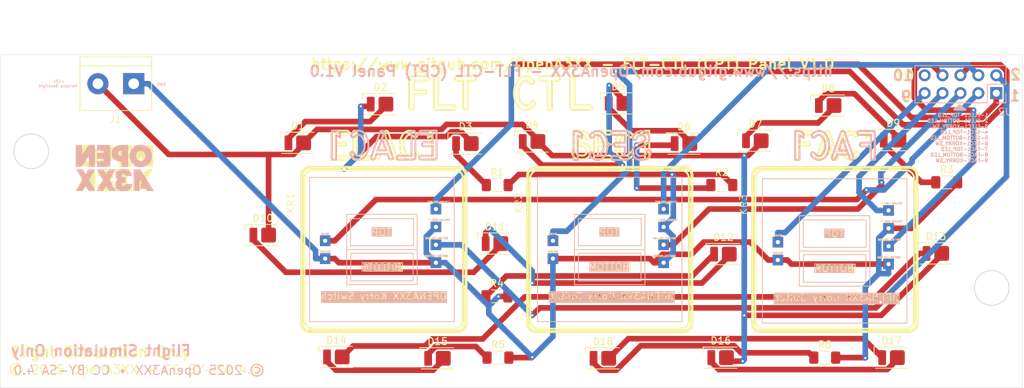
<source format=kicad_pcb>
(kicad_pcb (version 20241229) (generator "pcbnew") (generator_version "9.0")
  (layers (0 "F.Cu" signal) (2 "B.Cu" signal) (13 "F.Paste" user) (15 "B.Paste" user) (5 "F.SilkS" user "F.Silkscreen") (7 "B.SilkS" user "B.Silkscreen") (1 "F.Mask" user) (3 "B.Mask" user) (25 "Edge.Cuts" user))
  (net 0 "")
  (net 1 "+12V")
  (net 2 "Net-(D1-K)")
  (net 3 "Net-(D2-K)")
  (net 4 "Net-(D3-K)")
  (net 5 "Net-(D4-K)")
  (net 6 "Net-(D5-K)")
  (net 7 "Net-(D6-K)")
  (net 8 "Net-(D10-K)")
  (net 9 "Net-(D11-K)")
  (net 10 "Net-(D12-K)")
  (net 11 "Net-(D13-K)")
  (net 12 "Net-(D14-K)")
  (net 13 "Net-(D15-K)")
  (net 14 "Net-(D7-K)")
  (net 15 "Net-(D8-K)")
  (net 16 "Net-(D9-K)")
  (net 17 "Net-(D16-K)")
  (net 18 "Net-(D17-K)")
  (net 19 "Net-(D18-K)")
  (net 20 "GND")
  (net 21 "Net-(J2-Pin_2)")
  (net 22 "Net-(J2-Pin_3)")
  (net 23 "Net-(J2-Pin_1)")
  (net 24 "Net-(J2-Pin_6)")
  (net 25 "Net-(J2-Pin_4)")
  (net 26 "Net-(J2-Pin_5)")
  (net 27 "Net-(J2-Pin_8)")
  (net 28 "Net-(J2-Pin_7)")
  (net 29 "Net-(J2-Pin_9)")
  (footprint "OpenA3XX:Korry Switch" (layer "F.Cu") (at 150.9 94.3)
    (property "Reference" "KR2")
    (property "Value" "~")
  )
  (footprint "OpenA3XX:LED_Everlight-SMD3528_3.5x2.8mm_67-21ST" (layer "F.Cu") (at 136.74 120)
    (property "Reference" "D15")
    (property "Value" "LED")
  )
  (footprint "OpenA3XX:LED_Everlight-SMD3528_3.5x2.8mm_67-21ST" (layer "F.Cu") (at 160.2 120)
    (property "Reference" "D18")
    (property "Value" "LED")
  )
  (footprint "OpenA3XX:LED_Everlight-SMD3528_3.5x2.8mm_67-21ST" (layer "F.Cu") (at 162.36 83.8)
    (property "Reference" "D5")
    (property "Value" "LED")
  )
  (footprint "Resistor_SMD:R_1206_3216Metric_Pad1.30x1.75mm_HandSolder" (layer "F.Cu") (at 208.95 95)
    (property "Reference" "R3")
    (property "Value" "220R")
  )
  (footprint "Resistor_SMD:R_1206_3216Metric_Pad1.30x1.75mm_HandSolder" (layer "F.Cu") (at 191.65 119.9)
    (property "Reference" "R6")
    (property "Value" "220R")
  )
  (footprint "OpenA3XX:LED_Everlight-SMD3528_3.5x2.8mm_67-21ST" (layer "F.Cu") (at 177.3 105.2)
    (property "Reference" "D12")
    (property "Value" "LED")
  )
  (footprint "OpenA3XX:Korry Switch" (layer "F.Cu") (at 118.6 94.3)
    (property "Reference" "KR1")
    (property "Value" "~")
  )
  (footprint "OpenA3XX:LED_Everlight-SMD3528_3.5x2.8mm_67-21ST" (layer "F.Cu") (at 171.7 89.5)
    (property "Reference" "D6")
    (property "Value" "LED")
  )
  (footprint "TerminalBlock:TerminalBlock_bornier-2_P5.08mm" (layer "F.Cu") (at 93.64 81 180)
    (property "Reference" "J1")
    (property "Value" "Conn_02x01")
  )
  (footprint "OpenA3XX:LED_Everlight-SMD3528_3.5x2.8mm_67-21ST" (layer "F.Cu") (at 116.925 89.4)
    (property "Reference" "D1")
    (property "Value" "LED")
  )
  (footprint "OpenA3XX:LED_Everlight-SMD3528_3.5x2.8mm_67-21ST" (layer "F.Cu") (at 128.6 83.9)
    (property "Reference" "D2")
    (property "Value" "LED")
  )
  (footprint "OpenA3XX:LED_Everlight-SMD3528_3.5x2.8mm_67-21ST" (layer "F.Cu") (at 176.9 119.9)
    (property "Reference" "D16")
    (property "Value" "LED")
  )
  (footprint "OpenA3XX:LED_Everlight-SMD3528_3.5x2.8mm_67-21ST" (layer "F.Cu") (at 111.96 102.5)
    (property "Reference" "D10")
    (property "Value" "LED")
  )
  (footprint "Resistor_SMD:R_1206_3216Metric_Pad1.30x1.75mm_HandSolder" (layer "F.Cu") (at 145.15 111.2)
    (property "Reference" "R4")
    (property "Value" "220R")
  )
  (footprint "OpenA3XX:OpenA3XXLogoSmall" (layer "F.Cu") (at 90.9 92.9)
    (property "Reference" "LogoTop" (hide yes))
    (property "Value" "LOGO" (hide yes))
  )
  (footprint "Resistor_SMD:R_1206_3216Metric_Pad1.30x1.75mm_HandSolder" (layer "F.Cu") (at 177.05 95.4)
    (property "Reference" "R2")
    (property "Value" "220R")
  )
  (footprint "OpenA3XX:Korry Switch" (layer "F.Cu") (at 182.8 94.5)
    (property "Reference" "KR3")
    (property "Value" "~")
  )
  (footprint "OpenA3XX:LED_Everlight-SMD3528_3.5x2.8mm_67-21ST" (layer "F.Cu") (at 122.4 119.8)
    (property "Reference" "D14")
    (property "Value" "LED")
  )
  (footprint "OpenA3XX:LED_Everlight-SMD3528_3.5x2.8mm_67-21ST" (layer "F.Cu") (at 201.36 89)
    (property "Reference" "D9")
    (property "Value" "LED")
  )
  (footprint "OpenA3XX:LED_Everlight-SMD3528_3.5x2.8mm_67-21ST" (layer "F.Cu") (at 140.7 89.5)
    (property "Reference" "D3")
    (property "Value" "LED")
  )
  (footprint "Resistor_SMD:R_1206_3216Metric_Pad1.30x1.75mm_HandSolder" (layer "F.Cu") (at 145.2 95.4)
    (property "Reference" "R1")
    (property "Value" "220R")
  )
  (footprint "OpenA3XX:LED_Everlight-SMD3528_3.5x2.8mm_67-21ST" (layer "F.Cu") (at 201.14 119.9)
    (property "Reference" "D17")
    (property "Value" "LED")
  )
  (footprint "OpenA3XX:LED_Everlight-SMD3528_3.5x2.8mm_67-21ST" (layer "F.Cu") (at 192.16 84.1)
    (property "Reference" "D8")
    (property "Value" "LED")
  )
  (footprint "OpenA3XX:LED_Everlight-SMD3528_3.5x2.8mm_67-21ST" (layer "F.Cu") (at 150.16 89.2)
    (property "Reference" "D4")
    (property "Value" "LED")
  )
  (footprint "Resistor_SMD:R_1206_3216Metric_Pad1.30x1.75mm_HandSolder" (layer "F.Cu") (at 145.3 119.9)
    (property "Reference" "R5")
    (property "Value" "220R")
  )
  (footprint "OpenA3XX:LED_Everlight-SMD3528_3.5x2.8mm_67-21ST" (layer "F.Cu") (at 144.9 103.7)
    (property "Reference" "D11")
    (property "Value" "LED")
  )
  (footprint "OpenA3XX:LED_Everlight-SMD3528_3.5x2.8mm_67-21ST" (layer "F.Cu") (at 207.425 105.1)
    (property "Reference" "D13")
    (property "Value" "LED")
  )
  (footprint "OpenA3XX:LED_Everlight-SMD3528_3.5x2.8mm_67-21ST" (layer "F.Cu") (at 181.825 89.1)
    (property "Reference" "D7")
    (property "Value" "LED")
  )
  (footprint "OpenA3XX:OpenA3XXLogoSmall" (layer "B.Cu") (at 90.9 92.9 180)
    (property "Reference" "LogoBottom" (hide yes))
    (property "Value" "LOGO" (hide yes))
  )
  (footprint "Connector_PinHeader_2.54mm:PinHeader_2x05_P2.54mm_Vertical" (layer "B.Cu") (at 215.98 82.34 90)
    (property "Reference" "J2")
    (property "Value" "Conn_02x05_Counter_Clockwise")
  )
  (gr_line (start 122.265536 89.326163) (end 123.508181 89.326163) (stroke (width 0.28) (color 51 153 102 1)) (layer "F.SilkS"))
  (gr_line (start 187.735339 87.666694) (end 189.644206 87.666694) (stroke (width 0.28) (color 51 153 102 1)) (layer "F.SilkS"))
  (gr_line (start 203.625704 116.269599) (end 182.550265 116.269599) (stroke (width 0.28) (color 51 153 102 1)) (layer "F.SilkS"))
  (gr_curve (pts (xy 172.390399 114.649588) (xy 172.390399 115.282264) (xy 171.88106 115.791602) (xy 171.248378 115.791602)) (stroke (width 0.28) (color 51 153 102 1)) (layer "F.SilkS"))
  (gr_curve (pts (xy 129.20037 87.855643) (xy 129.243628 87.734107) (xy 129.329486 87.67266) (xy 129.457946 87.671332)) (stroke (width 0.28) (color 51 153 102 1)) (layer "F.SilkS"))
  (gr_curve (pts (xy 164.017199 90.802192) (xy 164.140444 90.663245) (xy 164.270579 90.648887) (xy 164.407595 90.759101)) (stroke (width 0.28) (color 51 153 102 1)) (layer "F.SilkS"))
  (gr_line (start 132.69324 84.386283) (end 132.69324 80.258376) (stroke (width 0.28) (color 51 153 102 1)) (layer "F.SilkS"))
  (gr_curve (pts (xy 156.118838 90.395392) (xy 156.222422 90.416755) (xy 156.294535 90.48223) (xy 156.335177 90.591773)) (stroke (width 0.28) (color 51 153 102 1)) (layer "F.SilkS"))
  (gr_line (start 161.110385 91.774115) (end 159.206591 91.774115) (stroke (width 0.28) (color 51 153 102 1)) (layer "F.SilkS"))
  (gr_line (start 191.116282 89.622748) (end 191.75027 87.851539) (stroke (width 0.28) (color 51 153 102 1)) (layer "F.SilkS"))
  (gr_curve (pts (xy 155.880625 79.92726) (xy 156.072009 79.931159) (xy 156.176127 80.041533) (xy 156.192965 80.258376)) (stroke (width 0.28) (color 51 153 102 1)) (layer "F.SilkS"))
  (gr_curve (pts (xy 148.978427 79.956511) (xy 149.235644 79.895667) (xy 149.492099 79.921019) (xy 149.74779 80.032561)) (stroke (width 0.28) (color 51 153 102 1)) (layer "F.SilkS"))
  (gr_curve (pts (xy 152.96992 84.390967) (xy 152.934703 84.612494) (xy 152.821788 84.721686) (xy 152.631167 84.718573)) (stroke (width 0.28) (color 51 153 102 1)) (layer "F.SilkS"))
  (gr_curve (pts (xy 150.432177 80.825843) (xy 150.390834 80.937384) (xy 150.315051 81.007209) (xy 150.204814 81.035285)) (stroke (width 0.28) (color 51 153 102 1)) (layer "F.SilkS"))
  (gr_line (start 152.322276 84.390967) (end 152.322276 80.58599) (stroke (width 0.28) (color 51 153 102 1)) (layer "F.SilkS"))
  (gr_curve (pts (xy 204.662982 115.088813) (xy 204.662982 115.658042) (xy 204.204837 116.116309) (xy 203.63576 116.116309)) (stroke (width 0.28) (color 0 0 255 1)) (layer "F.SilkS"))
  (gr_curve (pts (xy 191.75027 87.851539) (xy 191.793658 87.729651) (xy 191.879763 87.668021) (xy 192.008601 87.666694)) (stroke (width 0.28) (color 51 153 102 1)) (layer "F.SilkS"))
  (gr_line (start 181.816271 94.433326) (end 181.51298 93.993811) (stroke (width 0.28)) (layer "F.SilkS"))
  (gr_curve (pts (xy 133.837687 90.759635) (xy 133.974665 90.869819) (xy 133.994654 90.994361) (xy 133.897654 91.133277)) (stroke (width 0.28) (color 51 153 102 1)) (layer "F.SilkS"))
  (gr_curve (pts (xy 189.281367 89.33039) (xy 189.462786 89.343787) (xy 189.554812 89.434211) (xy 189.557444 89.601645)) (stroke (width 0.28) (color 51 153 102 1)) (layer "F.SilkS"))
  (gr_curve (pts (xy 158.635401 84.401496) (xy 158.633105 84.600394) (xy 158.524783 84.70687) (xy 158.310427 84.720908)) (stroke (width 0.28) (color 51 153 102 1)) (layer "F.SilkS"))
  (gr_line (start 158.310427 84.720908) (end 155.87144 84.720908) (stroke (width 0.28) (color 51 153 102 1)) (layer "F.SilkS"))
  (gr_line (start 136.570613 91.770362) (end 135.962695 91.770362) (stroke (width 0.28) (color 51 153 102 1)) (layer "F.SilkS"))
  (gr_curve (pts (xy 117.393271 94.003592) (xy 117.393271 93.344001) (xy 117.924262 92.813025) (xy 118.583846 92.813025)) (stroke (width 0.28) (color 51 153 102 1)) (layer "F.SilkS"))
  (gr_curve (pts (xy 157.690249 87.780219) (xy 157.855456 87.859046) (xy 157.981982 87.967261) (xy 158.069827 88.104865)) (stroke (width 0.28) (color 51 153 102 1)) (layer "F.SilkS"))
  (gr_curve (pts (xy 133.351046 88.5288) (xy 133.175395 88.320441) (xy 133.006304 88.220267) (xy 132.84376 88.228278)) (stroke (width 0.28) (color 51 153 102 1)) (layer "F.SilkS"))
  (gr_line (start 157.532916 88.339316) (end 157.449328 88.292228) (stroke (width 0.28) (color 51 153 102 1)) (layer "F.SilkS"))
  (gr_curve (pts (xy 161.110385 91.21099) (xy 161.295253 91.239051) (xy 161.38769 91.333243) (xy 161.38769 91.493552)) (stroke (width 0.28) (color 51 153 102 1)) (layer "F.SilkS"))
  (gr_line (start 122.265536 88.230292) (end 122.265536 89.326163) (stroke (width 0.28) (color 51 153 102 1)) (layer "F.SilkS"))
  (gr_curve (pts (xy 139.200656 80.257209) (xy 139.201419 80.055182) (xy 139.308207 79.944808) (xy 139.521029 79.926085)) (stroke (width 0.28) (color 51 153 102 1)) (layer "F.SilkS"))
  (gr_line (start 191.403208 90.461631) (end 192.606105 90.461631) (stroke (width 0.28) (color 51 153 102 1)) (layer "F.SilkS"))
  (gr_curve (pts (xy 131.704341 88.374534) (xy 131.905551 88.013923) (xy 132.197535 87.788199) (xy 132.580294 87.697379)) (stroke (width 0.28) (color 51 153 102 1)) (layer "F.SilkS"))
  (gr_line (start 150.496478 84.000174) (end 150.484996 84.016547) (stroke (width 0.28) (color 51 153 102 1)) (layer "F.SilkS"))
  (gr_curve (pts (xy 149.128855 84.052817) (xy 149.408274 84.142524) (xy 149.681185 84.006415) (xy 149.947596 83.644477)) (stroke (width 0.28) (color 51 153 102 1)) (layer "F.SilkS"))
  (gr_line (start 133.897654 91.133277) (end 133.879962 91.159308) (stroke (width 0.28) (color 51 153 102 1)) (layer "F.SilkS"))
  (gr_curve (pts (xy 124.172763 91.493888) (xy 124.172763 91.654166) (xy 124.080352 91.747657) (xy 123.895526 91.774375)) (stroke (width 0.28) (color 51 153 102 1)) (layer "F.SilkS"))
  (gr_line (start 157.873156 89.639899) (end 157.903643 89.658927) (stroke (width 0.28) (color 51 153 102 1)) (layer "F.SilkS"))
  (gr_line (start 150.377055 80.501746) (end 150.388537 80.518126) (stroke (width 0.28) (color 51 153 102 1)) (layer "F.SilkS"))
  (gr_line (start 129.455977 88.775229) (end 130.053706 90.458106) (stroke (width 0.28) (color 51 153 102 1)) (layer "F.SilkS"))
  (gr_line (start 182.958293 93.291312) (end 203.174243 93.291312) (stroke (width 0.28) (color 51 153 102 1)) (layer "F.SilkS"))
  (gr_curve (pts (xy 193.363345 91.76969) (xy 193.210849 91.824607) (xy 193.09318 91.768348) (xy 193.010363 91.600898)) (stroke (width 0.28) (color 51 153 102 1)) (layer "F.SilkS"))
  (gr_curve (pts (xy 136.530856 84.720908) (xy 136.342532 84.708426) (xy 136.233828 84.600013) (xy 136.204737 84.395636)) (stroke (width 0.28) (color 51 153 102 1)) (layer "F.SilkS"))
  (gr_line (start 159.206591 87.670005) (end 161.110385 87.670005) (stroke (width 0.28) (color 51 153 102 1)) (layer "F.SilkS"))
  (gr_curve (pts (xy 139.659281 92.813025) (xy 140.318858 92.813025) (xy 140.849848 93.344001) (xy 140.849848 94.003592)) (stroke (width 0.28) (color 51 153 102 1)) (layer "F.SilkS"))
  (gr_line (start 130.25426 91.021079) (end 128.651797 91.021079) (stroke (width 0.28) (color 51 153 102 1)) (layer "F.SilkS"))
  (gr_line (start 156.192965 84.06803) (end 158.312731 84.065696) (stroke (width 0.28) (color 51 153 102 1)) (layer "F.SilkS"))
  (gr_curve (pts (xy 181.35969 94.003592) (xy 181.35969 93.344001) (xy 181.890681 92.813025) (xy 182.550265 92.813025)) (stroke (width 0.28) (color 51 153 102 1)) (layer "F.SilkS"))
  (gr_line (start 127.93806 91.387702) (end 128.568232 89.62168) (stroke (width 0.28) (color 51 153 102 1)) (layer "F.SilkS"))
  (gr_line (start 150.614329 92.966605) (end 171.709887 92.966605) (stroke (width 0.28) (color 0 0 255 1)) (layer "F.SilkS"))
  (gr_curve (pts (xy 155.872012 90.479545) (xy 155.938227 90.406073) (xy 156.020503 90.378013) (xy 156.118838 90.395392)) (stroke (width 0.28) (color 51 153 102 1)) (layer "F.SilkS"))
  (gr_curve (pts (xy 139.207827 93.291312) (xy 139.840518 93.291312) (xy 140.349848 93.80065) (xy 140.349848 94.433326)) (stroke (width 0.28) (color 51 153 102 1)) (layer "F.SilkS"))
  (gr_line (start 128.651797 91.021079) (end 128.455176 91.580039) (stroke (width 0.28) (color 51 153 102 1)) (layer "F.SilkS"))
  (gr_line (start 129.455977 88.775229) (end 128.854315 90.458106) (stroke (width 0.28) (color 51 153 102 1)) (layer "F.SilkS"))
  (gr_curve (pts (xy 156.577082 88.790213) (xy 156.595439 88.938514) (xy 156.663623 89.053397) (xy 156.781626 89.134894)) (stroke (width 0.28) (color 51 153 102 1)) (layer "F.SilkS"))
  (gr_curve (pts (xy 187.455325 87.952002) (xy 187.478984 87.775184) (xy 187.572322 87.680076) (xy 187.735339 87.666694)) (stroke (width 0.28) (color 51 153 102 1)) (layer "F.SilkS"))
  (gr_curve (pts (xy 153.810473 79.926085) (xy 154.021762 79.943251) (xy 154.127787 80.053618) (xy 154.12855 80.257209)) (stroke (width 0.28) (color 51 153 102 1)) (layer "F.SilkS"))
  (gr_curve (pts (xy 157.232005 88.237128) (xy 157.171694 88.235129) (xy 157.111376 88.233115) (xy 157.051066 88.231116)) (stroke (width 0.28) (color 51 153 102 1)) (layer "F.SilkS"))
  (gr_curve (pts (xy 139.521029 80.58599) (xy 139.306681 80.568831) (xy 139.199885 80.459235) (xy 139.200656 80.257209)) (stroke (width 0.28) (color 51 153 102 1)) (layer "F.SilkS"))
  (gr_line (start 121.992232 87.671332) (end 123.895526 87.671332) (stroke (width 0.28) (color 51 153 102 1)) (layer "F.SilkS"))
  (gr_line (start 166.15681 87.675254) (end 166.766261 87.675254) (stroke (width 0.28) (color 51 153 102 1)) (layer "F.SilkS"))
  (gr_line (start 181.51298 115.088813) (end 181.51298 93.993811) (stroke (width 0.28) (color 0 0 255 1)) (layer "F.SilkS"))
  (gr_curve (pts (xy 161.001231 89.610831) (xy 161.000575 89.773154) (xy 160.907809 89.867682) (xy 160.722941 89.8944)) (stroke (width 0.28) (color 51 153 102 1)) (layer "F.SilkS"))
  (gr_curve (pts (xy 157.49161 87.715094) (xy 157.55717 87.727774) (xy 157.623385 87.749488) (xy 157.690249 87.780219)) (stroke (width 0.28) (color 51 153 102 1)) (layer "F.SilkS"))
  (gr_curve (pts (xy 171.709887 92.966605) (xy 172.278971 92.966605) (xy 172.737109 93.424857) (xy 172.737109 93.994101)) (stroke (width 0.28) (color 0 0 255 1)) (layer "F.SilkS"))
  (gr_line (start 159.479968 88.229102) (end 159.479968 89.325278) (stroke (width 0.28) (color 51 153 102 1)) (layer "F.SilkS"))
  (gr_curve (pts (xy 162.976802 88.43151) (xy 162.848307 88.55976) (xy 162.74145 88.724082) (xy 162.65623 88.924476)) (stroke (width 0.28) (color 51 153 102 1)) (layer "F.SilkS"))
  (gr_curve (pts (xy 204.316271 114.649283) (xy 204.316271 115.281958) (xy 203.806933 115.791312) (xy 203.174243 115.791312)) (stroke (width 0.28) (color 51 153 102 1)) (layer "F.SilkS"))
  (gr_curve (pts (xy 166.15681 88.33982) (xy 165.962199 88.45011) (xy 165.767588 88.560386) (xy 165.572978 88.670676)) (stroke (width 0.28) (color 51 153 102 1)) (layer "F.SilkS"))
  (gr_curve (pts (xy 151.03242 115.791602) (xy 150.399729 115.791602) (xy 149.890399 115.282264) (xy 149.890399 114.649588)) (stroke (width 0.28) (color 51 153 102 1)) (layer "F.SilkS"))
  (gr_curve (pts (xy 163.278697 91.203986) (xy 163.517977 91.280799) (xy 163.751689 91.164237) (xy 163.97983 90.854285)) (stroke (width 0.28) (color 51 153 102 1)) (layer "F.SilkS"))
  (gr_curve (pts (xy 196.461306 91.13877) (xy 196.455386 91.147483) (xy 196.449481 91.15618) (xy 196.44356 91.164893)) (stroke (width 0.28) (color 51 153 102 1)) (layer "F.SilkS"))
  (gr_curve (pts (xy 156.341075 90.609809) (xy 156.40401 90.899711) (xy 156.513819 91.07273) (xy 156.670504 91.128836)) (stroke (width 0.28) (color 51 153 102 1)) (layer "F.SilkS"))
  (gr_curve (pts (xy 196.433703 91.178946) (xy 196.431079 91.182975) (xy 196.428439 91.186988) (xy 196.425814 91.191001)) (stroke (width 0.28) (color 51 153 102 1)) (layer "F.SilkS"))
  (gr_line (start 151.03242 93.291602) (end 171.248378 93.291602) (stroke (width 0.28) (color 51 153 102 1)) (layer "F.SilkS"))
  (gr_curve (pts (xy 139.669345 92.966315) (xy 140.238421 92.966315) (xy 140.696559 93.424567) (xy 140.696559 93.993811)) (stroke (width 0.28) (color 0 0 255 1)) (layer "F.SilkS"))
  (gr_curve (pts (xy 147.564868 82.133948) (xy 147.590136 81.630835) (xy 147.720271 81.168677) (xy 147.955294 80.747458)) (stroke (width 0.28) (color 51 153 102 1)) (layer "F.SilkS"))
  (gr_curve (pts (xy 152.631167 84.718573) (xy 152.440554 84.715445) (xy 152.337588 84.606253) (xy 152.322276 84.390967)) (stroke (width 0.28) (color 51 153 102 1)) (layer "F.SilkS"))
  (gr_line (start 140.849848 94.003592) (end 140.849848 115.079032) (stroke (width 0.28) (color 51 153 102 1)) (layer "F.SilkS"))
  (gr_line (start 130.053706 90.458106) (end 129.455977 88.775229) (stroke (width 0.28) (color 51 153 102 1)) (layer "F.SilkS"))
  (gr_line (start 171.709887 92.966605) (end 171.699824 92.813315) (stroke (width 0.28)) (layer "F.SilkS"))
  (gr_line (start 129.455977 88.775229) (end 129.20037 87.855643) (stroke (width 0.28)) (layer "F.SilkS"))
  (gr_curve (pts (xy 133.33858 84.386283) (xy 133.323268 84.601569) (xy 133.219538 84.710776) (xy 133.027392 84.713889)) (stroke (width 0.28) (color 51 153 102 1)) (layer "F.SilkS"))
  (gr_curve (pts (xy 182.958293 115.791312) (xy 182.325602 115.791312) (xy 181.816271 115.281958) (xy 181.816271 114.649283)) (stroke (width 0.28) (color 51 153 102 1)) (layer "F.SilkS"))
  (gr_line (start 171.248378 115.791602) (end 151.03242 115.791602) (stroke (width 0.28) (color 51 153 102 1)) (layer "F.SilkS"))
  (gr_line (start 118.573779 92.966315) (end 139.669345 92.966315) (stroke (width 0.28) (color 0 0 255 1)) (layer "F.SilkS"))
  (gr_curve (pts (xy 132.84376 88.228278) (xy 132.681224 88.236304) (xy 132.535723 88.304419) (xy 132.407267 88.432639)) (stroke (width 0.28) (color 51 153 102 1)) (layer "F.SilkS"))
  (gr_curve (pts (xy 148.22629 82.735358) (xy 148.259211 82.965461) (xy 148.328494 83.181922) (xy 148.43413 83.384726)) (stroke (width 0.28) (color 51 153 102 1)) (layer "F.SilkS"))
  (gr_curve (pts (xy 157.051066 88.231116) (xy 156.875369 88.233786) (xy 156.740977 88.311271) (xy 156.647891 88.463569)) (stroke (width 0.28) (color 51 153 102 1)) (layer "F.SilkS"))
  (gr_curve (pts (xy 162.498889 89.487586) (xy 162.475291 89.682639) (xy 162.47758 89.878699) (xy 162.50577 90.075751)) (stroke (width 0.28) (color 51 153 102 1)) (layer "F.SilkS"))
  (gr_line (start 171.699824 116.269889) (end 150.624392 116.269889) (stroke (width 0.28) (color 51 153 102 1)) (layer "F.SilkS"))
  (gr_line (start 129.717482 87.855643) (end 130.977828 91.397727) (stroke (width 0.28) (color 51 153 102 1)) (layer "F.SilkS"))
  (gr_curve (pts (xy 133.027392 84.713889) (xy 132.835246 84.717017) (xy 132.723857 84.60781) (xy 132.69324 84.386283)) (stroke (width 0.28) (color 51 153 102 1)) (layer "F.SilkS"))
  (gr_line (start 152.96992 80.58599) (end 152.96992 84.390967) (stroke (width 0.28) (color 51 153 102 1)) (layer "F.SilkS"))
  (gr_curve (pts (xy 157.99116 88.938514) (xy 157.909869 88.919806) (xy 157.84759 88.86637) (xy 157.804316 88.77819)) (stroke (width 0.28) (color 51 153 102 1)) (layer "F.SilkS"))
  (gr_curve (pts (xy 127.364909 91.502906) (xy 127.362944 91.673194) (xy 127.270205 91.76435) (xy 127.086692 91.776374)) (stroke (width 0.28) (color 51 153 102 1)) (layer "F.SilkS"))
  (gr_curve (pts (xy 164.35744 88.177008) (xy 164.417758 88.257163) (xy 164.430209 88.345008) (xy 164.394808 88.440528)) (stroke (width 0.28) (color 51 153 102 1)) (layer "F.SilkS"))
  (gr_line (start 118.573779 116.116309) (end 118.583846 116.269599) (stroke (width 0.28)) (layer "F.SilkS"))
  (gr_line (start 118.583846 92.813025) (end 139.659281 92.813025) (stroke (width 0.28) (color 51 153 102 1)) (layer "F.SilkS"))
  (gr_curve (pts (xy 160.722941 89.325278) (xy 160.909121 89.353324) (xy 161.001887 89.448508) (xy 161.001231 89.610831)) (stroke (width 0.28) (color 51 153 102 1)) (layer "F.SilkS"))
  (gr_curve (pts (xy 133.870127 91.173346) (xy 133.867503 91.177344) (xy 133.864886 91.181357) (xy 133.862261 91.185355)) (stroke (width 0.28) (color 51 153 102 1)) (layer "F.SilkS"))
  (gr_curve (pts (xy 132.69324 80.258376) (xy 132.720797 80.052451) (xy 132.829501 79.941687) (xy 133.019358 79.926085)) (stroke (width 0.28) (color 51 153 102 1)) (layer "F.SilkS"))
  (gr_curve (pts (xy 161.939357 89.560737) (xy 161.960993 89.129889) (xy 162.072436 88.734107) (xy 162.273699 88.373389)) (stroke (width 0.28) (color 51 153 102 1)) (layer "F.SilkS"))
  (gr_curve (pts (xy 131.370089 89.561576) (xy 131.391719 89.130835) (xy 131.503131 88.73516) (xy 131.704341 88.374534)) (stroke (width 0.28) (color 51 153 102 1)) (layer "F.SilkS"))
  (gr_curve (pts (xy 158.069827 88.104865) (xy 158.157672 88.242469) (xy 158.237002 88.391425) (xy 158.307803 88.551749)) (stroke (width 0.28) (color 51 153 102 1)) (layer "F.SilkS"))
  (gr_curve (pts (xy 150.4471 83.533316) (xy 150.607096 83.662024) (xy 150.63045 83.807502) (xy 150.517146 83.969748)) (stroke (width 0.28) (color 51 153 102 1)) (layer "F.SilkS"))
  (gr_line (start 165.572978 88.670676) (end 165.572978 88.037223) (stroke (width 0.28) (color 51 153 102 1)) (layer "F.SilkS"))
  (gr_line (start 133.33858 82.521232) (end 133.33858 84.386283) (stroke (width 0.28) (color 51 153 102 1)) (layer "F.SilkS"))
  (gr_curve (pts (xy 158.433673 90.770118) (xy 158.412692 90.951819) (xy 158.350085 91.119819) (xy 158.245852 91.274115)) (stroke (width 0.28) (color 51 153 102 1)) (layer "F.SilkS"))
  (gr_curve (pts (xy 150.484996 84.016547) (xy 150.481936 84.021232) (xy 150.478877 84.025916) (xy 150.47581 84.030585)) (stroke (width 0.28) (color 51 153 102 1)) (layer "F.SilkS"))
  (gr_line (start 160.722941 89.8944) (end 159.479968 89.8944) (stroke (width 0.28) (color 51 153 102 1)) (layer "F.SilkS"))
  (gr_curve (pts (xy 196.401171 90.764029) (xy 196.538546 90.874534) (xy 196.558596 90.999457) (xy 196.461306 91.13877)) (stroke (width 0.28) (color 51 153 102 1)) (layer "F.SilkS"))
  (gr_curve (pts (xy 133.44739 90.80271) (xy 133.570605 90.663794) (xy 133.700701 90.649436) (xy 133.837687 90.759635)) (stroke (width 0.28) (color 51 153 102 1)) (layer "F.SilkS"))
  (gr_curve (pts (xy 123.786402 89.611655) (xy 123.785746 89.773932) (xy 123.693007 89.86843) (xy 123.508181 89.895148)) (stroke (width 0.28) (color 51 153 102 1)) (layer "F.SilkS"))
  (gr_line (start 188.009448 89.33039) (end 189.281367 89.33039) (stroke (width 0.28) (color 51 153 102 1)) (layer "F.SilkS"))
  (gr_curve (pts (xy 171.699824 92.813315) (xy 172.359408 92.813315) (xy 172.890399 93.344306) (xy 172.890399 94.003882)) (stroke (width 0.28) (color 51 153 102 1)) (layer "F.SilkS"))
  (gr_curve (pts (xy 158.215365 88.894416) (xy 158.147189 88.943854) (xy 158.072451 88.958548) (xy 157.99116 88.938514)) (stroke (width 0.28) (color 51 153 102 1)) (layer "F.SilkS"))
  (gr_curve (pts (xy 157.552577 90.104804) (xy 157.249049 89.969199) (xy 156.945513 89.833609) (xy 156.641986 89.698005)) (stroke (width 0.28) (color 51 153 102 1)) (layer "F.SilkS"))
  (gr_curve (pts (xy 172.737109 115.089103) (xy 172.737109 115.658347) (xy 172.278971 116.116599) (xy 171.709887 116.116599)) (stroke (width 0.28) (color 0 0 255 1)) (layer "F.SilkS"))
  (gr_line (start 135.962695 88.33187) (end 135.380336 88.661887) (stroke (width 0.28) (color 51 153 102 1)) (layer "F.SilkS"))
  (gr_curve (pts (xy 148.43413 83.384726) (xy 148.617861 83.740424) (xy 148.849436 83.963111) (xy 149.128855 84.052817)) (stroke (width 0.28) (color 51 153 102 1)) (layer "F.SilkS"))
  (gr_line (start 140.696559 93.993811) (end 140.696559 115.088813) (stroke (width 0.28) (color 0 0 255 1)) (layer "F.SilkS"))
  (gr_curve (pts (xy 150.47581 84.030585) (xy 150.266055 84.319205) (xy 149.990847 84.524741) (xy 149.65018 84.647193)) (stroke (width 0.28) (color 51 153 102 1)) (layer "F.SilkS"))
  (gr_line (start 198.749087 87.666037) (end 198.749087 91.775412) (stroke (width 0.28) (color 51 153 102 1)) (layer "F.SilkS"))
  (gr_line (start 156.866191 89.180991) (end 157.774821 89.589789) (stroke (width 0.28) (color 51 153 102 1)) (layer "F.SilkS"))
  (gr_curve (pts (xy 150.614329 116.116599) (xy 150.045245 116.116599) (xy 149.587107 115.658347) (xy 149.587107 115.089103)) (stroke (width 0.28) (color 0 0 255 1)) (layer "F.SilkS"))
  (gr_line (start 155.86513 91.010596) (end 155.82973 90.874335) (stroke (width 0.28) (color 51 153 102 1)) (layer "F.SilkS"))
  (gr_line (start 155.82973 90.874335) (end 155.802195 90.734061) (stroke (width 0.28) (color 51 153 102 1)) (layer "F.SilkS"))
  (gr_curve (pts (xy 157.853488 91.631827) (xy 157.684352 91.722678) (xy 157.50931 91.768103) (xy 157.328372 91.768103)) (stroke (width 0.28) (color 51 153 102 1)) (layer "F.SilkS"))
  (gr_curve (pts (xy 156.612483 89.681983) (xy 156.314852 89.521659) (xy 156.129985 89.293876) (xy 156.057872 88.998633)) (stroke (width 0.28) (color 51 153 102 1)) (layer "F.SilkS"))
  (gr_line (start 203.63576 116.116309) (end 182.540202 116.116309) (stroke (width 0.28) (color 0 0 255 1)) (layer "F.SilkS"))
  (gr_curve (pts (xy 135.242465 79.926085) (xy 135.455279 79.943251) (xy 135.561694 80.053618) (xy 135.561694 80.257209)) (stroke (width 0.28) (color 51 153 102 1)) (layer "F.SilkS"))
  (gr_curve (pts (xy 149.286174 80.576629) (xy 149.096316 80.58599) (xy 148.926371 80.665557) (xy 148.776324 80.815314)) (stroke (width 0.28) (color 51 153 102 1)) (layer "F.SilkS"))
  (gr_curve (pts (xy 189.644206 87.666694) (xy 189.826945 87.681418) (xy 189.918315 87.776191) (xy 189.918315 87.951011)) (stroke (width 0.28) (color 51 153 102 1)) (layer "F.SilkS"))
  (gr_line (start 135.380336 88.661887) (end 135.380336 88.030036) (stroke (width 0.28) (color 51 153 102 1)) (layer "F.SilkS"))
  (gr_curve (pts (xy 140.696559 115.088813) (xy 140.696559 115.658042) (xy 140.238421 116.116309) (xy 139.669345 116.116309)) (stroke (width 0.28) (color 0 0 255 1)) (layer "F.SilkS"))
  (gr_curve (pts (xy 156.670504 91.128836) (xy 156.827189 91.184943) (xy 157.045169 91.210334) (xy 157.324443 91.204978)) (stroke (width 0.28) (color 51 153 102 1)) (layer "F.SilkS"))
  (gr_curve (pts (xy 182.540202 116.116309) (xy 181.971118 116.116309) (xy 181.51298 115.658042) (xy 181.51298 115.088813)) (stroke (width 0.28) (color 0 0 255 1)) (layer "F.SilkS"))
  (gr_line (start 191.200091 91.026236) (end 191.002894 91.586844) (stroke (width 0.28) (color 51 153 102 1)) (layer "F.SilkS"))
  (gr_curve (pts (xy 157.702052 90.198996) (xy 157.664027 90.165595) (xy 157.614207 90.134208) (xy 157.552577 90.104804)) (stroke (width 0.28) (color 51 153 102 1)) (layer "F.SilkS"))
  (gr_line (start 141.011523 80.58599) (end 141.011523 84.390967) (stroke (width 0.28) (color 51 153 102 1)) (layer "F.SilkS"))
  (gr_line (start 156.192965 80.258376) (end 156.192965 84.06803) (stroke (width 0.28) (color 51 153 102 1)) (layer "F.SilkS"))
  (gr_curve (pts (xy 135.561694 80.257209) (xy 135.561694 80.460799) (xy 135.453753 80.56961) (xy 135.237872 80.583648)) (stroke (width 0.28) (color 51 153 102 1)) (layer "F.SilkS"))
  (gr_line (start 122.265536 91.211402) (end 123.895526 91.211402) (stroke (width 0.28) (color 51 153 102 1)) (layer "F.SilkS"))
  (gr_line (start 189.281367 89.895011) (end 188.009448 89.895011) (stroke (width 0.28) (color 51 153 102 1)) (layer "F.SilkS"))
  (gr_curve (pts (xy 121.713031 87.951804) (xy 121.737937 87.775504) (xy 121.831004 87.682013) (xy 121.992232 87.671332)) (stroke (width 0.28) (color 51 153 102 1)) (layer "F.SilkS"))
  (gr_line (start 188.009448 88.231299) (end 188.009448 89.33039) (stroke (width 0.28) (color 51 153 102 1)) (layer "F.SilkS"))
  (gr_curve (pts (xy 131.568675 90.806708) (xy 131.414653 90.407355) (xy 131.34846 89.992316) (xy 131.370089 89.561576)) (stroke (width 0.28) (color 51 153 102 1)) (layer "F.SilkS"))
  (gr_curve (pts (xy 194.494265 90.078864) (xy 194.522532 90.276435) (xy 194.582019 90.462302) (xy 194.672732 90.636435)) (stroke (width 0.28) (color 51 153 102 1)) (layer "F.SilkS"))
  (gr_line (start 204.662982 93.993811) (end 204.662982 115.088813) (stroke (width 0.28) (color 0 0 255 1)) (layer "F.SilkS"))
  (gr_curve (pts (xy 128.455176 91.580039) (xy 128.371283 91.748328) (xy 128.252001 91.803428) (xy 128.097323 91.745322)) (stroke (width 0.28) (color 51 153 102 1)) (layer "F.SilkS"))
  (gr_line (start 117.546561 115.088813) (end 117.546561 93.993811) (stroke (width 0.28) (color 0 0 255 1)) (layer "F.SilkS"))
  (gr_curve (pts (xy 157.936091 89.67797) (xy 158.195697 89.851645) (xy 158.356311 90.092124) (xy 158.417941 90.39939)) (stroke (width 0.28) (color 51 153 102 1)) (layer "F.SilkS"))
  (gr_curve (pts (xy 133.630252 88.620963) (xy 133.529315 88.647666) (xy 133.436251 88.61695) (xy 133.351046 88.5288)) (stroke (width 0.28) (color 51 153 102 1)) (layer "F.SilkS"))
  (gr_curve (pts (xy 136.204737 80.258376) (xy 136.236888 80.033728) (xy 136.348658 79.923362) (xy 136.540042 79.92726)) (stroke (width 0.28) (color 51 153 102 1)) (layer "F.SilkS"))
  (gr_curve (pts (xy 123.895526 87.671332) (xy 124.080352 87.686026) (xy 124.172435 87.779853) (xy 124.171778 87.952811)) (stroke (width 0.28) (color 51 153 102 1)) (layer "F.SilkS"))
  (gr_line (start 133.410037 90.854789) (end 133.44739 90.80271) (stroke (width 0.28) (color 51 153 102 1)) (layer "F.SilkS"))
  (gr_line (start 136.852381 80.258376) (end 136.852381 84.06803) (stroke (width 0.28) (color 51 153 102 1)) (layer "F.SilkS"))
  (gr_curve (pts (xy 155.802195 90.734061) (xy 155.782527 90.63787) (xy 155.805804 90.553031) (xy 155.872012 90.479545)) (stroke (width 0.28) (color 51 153 102 1)) (layer "F.SilkS"))
  (gr_curve (pts (xy 133.787547 88.178199) (xy 133.847842 88.258338) (xy 133.860293 88.346152) (xy 133.8249 88.441657)) (stroke (width 0.28) (color 51 153 102 1)) (layer "F.SilkS"))
  (gr_line (start 117.393271 115.079032) (end 117.393271 94.003592) (stroke (width 0.28) (color 51 153 102 1)) (layer "F.SilkS"))
  (gr_curve (pts (xy 162.137995 90.806189) (xy 161.983935 90.406745) (xy 161.91772 89.991584) (xy 161.939357 89.560737)) (stroke (width 0.28) (color 51 153 102 1)) (layer "F.SilkS"))
  (gr_line (start 125.273841 87.955817) (end 125.273841 91.217414) (stroke (width 0.28) (color 51 153 102 1)) (layer "F.SilkS"))
  (gr_line (start 171.248378 93.291602) (end 171.709887 92.966605) (stroke (width 0.28)) (layer "F.SilkS"))
  (gr_line (start 127.086692 91.776374) (end 124.998572 91.776374) (stroke (width 0.28) (color 51 153 102 1)) (layer "F.SilkS"))
  (gr_curve (pts (xy 140.67277 84.718573) (xy 140.482157 84.715445) (xy 140.379191 84.606253) (xy 140.363879 84.390967)) (stroke (width 0.28) (color 51 153 102 1)) (layer "F.SilkS"))
  (gr_curve (pts (xy 195.716891 91.720466) (xy 195.42438 91.825614) (xy 195.136141 91.806525) (xy 194.852183 91.663199)) (stroke (width 0.28) (color 51 153 102 1)) (layer "F.SilkS"))
  (gr_curve (pts (xy 196.388339 88.439261) (xy 196.352847 88.535041) (xy 196.287768 88.594993) (xy 196.193118 88.619101)) (stroke (width 0.28) (color 51 153 102 1)) (layer "F.SilkS"))
  (gr_line (start 181.51298 93.993811) (end 181.35969 94.003592) (stroke (width 0.28)) (layer "F.SilkS"))
  (gr_curve (pts (xy 191.002894 91.586844) (xy 190.918757 91.755622) (xy 190.799128 91.810874) (xy 190.644 91.752601)) (stroke (width 0.28) (color 51 153 102 1)) (layer "F.SilkS"))
  (gr_line (start 192.807246 91.026236) (end 191.201352 91.026236) (stroke (width 0.28) (color 51 153 102 1)) (layer "F.SilkS"))
  (gr_curve (pts (xy 164.432177 91.184943) (xy 164.252551 91.432105) (xy 164.016871 91.608115) (xy 163.725138 91.712989)) (stroke (width 0.28) (color 51 153 102 1)) (layer "F.SilkS"))
  (gr_curve (pts (xy 142.170153 80.257209) (xy 142.170924 80.460799) (xy 142.064898 80.570388) (xy 141.852076 80.58599)) (stroke (width 0.28) (color 51 153 102 1)) (layer "F.SilkS"))
  (gr_curve (pts (xy 204.816271 115.079032) (xy 204.816271 115.738593) (xy 204.285281 116.269599) (xy 203.625704 116.269599)) (stroke (width 0.28) (color 51 153 102 1)) (layer "F.SilkS"))
  (gr_curve (pts (xy 149.991229 83.58364) (xy 150.13515 83.421393) (xy 150.287104 83.404624) (xy 150.4471 83.533316)) (stroke (width 0.28) (color 51 153 102 1)) (layer "F.SilkS"))
  (gr_line (start 139.659281 116.269599) (end 118.583846 116.269599) (stroke (width 0.28) (color 51 153 102 1)) (layer "F.SilkS"))
  (gr_line (start 117.849848 114.649283) (end 117.849848 94.433326) (stroke (width 0.28) (color 51 153 102 1)) (layer "F.SilkS"))
  (gr_line (start 172.737109 93.994101) (end 172.737109 115.089103) (stroke (width 0.28) (color 0 0 255 1)) (layer "F.SilkS"))
  (gr_curve (pts (xy 132.293223 91.656165) (xy 131.964213 91.489219) (xy 131.722697 91.206061) (xy 131.568675 90.806708)) (stroke (width 0.28) (color 51 153 102 1)) (layer "F.SilkS"))
  (gr_curve (pts (xy 162.862735 91.655875) (xy 162.533633 91.488883) (xy 162.292056 91.205649) (xy 162.137995 90.806189)) (stroke (width 0.28) (color 51 153 102 1)) (layer "F.SilkS"))
  (gr_curve (pts (xy 164.407595 90.759101) (xy 164.544612 90.869315) (xy 164.564601 90.993903) (xy 164.467578 91.13285)) (stroke (width 0.28) (color 51 153 102 1)) (layer "F.SilkS"))
  (gr_curve (pts (xy 195.800692 87.758109) (xy 196.020251 87.853888) (xy 196.20035 87.988181) (xy 196.341021 88.160972)) (stroke (width 0.28) (color 51 153 102 1)) (layer "F.SilkS"))
  (gr_line (start 157.359843 88.259162) (end 157.232005 88.237128) (stroke (width 0.28) (color 51 153 102 1)) (layer "F.SilkS"))
  (gr_line (start 121.713031 91.489875) (end 121.713031 87.951804) (stroke (width 0.28) (color 51 153 102 1)) (layer "F.SilkS"))
  (gr_line (start 133.879962 91.159308) (end 133.870127 91.173346) (stroke (width 0.28) (color 51 153 102 1)) (layer "F.SilkS"))
  (gr_line (start 166.15681 91.786994) (end 166.15681 88.33982) (stroke (width 0.28) (color 51 153 102 1)) (layer "F.SilkS"))
  (gr_curve (pts (xy 194.672732 90.636435) (xy 194.830493 90.941855) (xy 195.02933 91.133078) (xy 195.269259 91.21009)) (stroke (width 0.28) (color 51 153 102 1)) (layer "F.SilkS"))
  (gr_curve (pts (xy 140.849848 115.079032) (xy 140.849848 115.738593) (xy 140.318858 116.269599) (xy 139.659281 116.269599)) (stroke (width 0.28) (color 51 153 102 1)) (layer "F.SilkS"))
  (gr_line (start 204.816271 94.003592) (end 204.816271 115.079032) (stroke (width 0.28) (color 51 153 102 1)) (layer "F.SilkS"))
  (gr_line (start 138.969844 84.720908) (end 136.530856 84.720908) (stroke (width 0.28) (color 51 153 102 1)) (layer "F.SilkS"))
  (gr_line (start 157.449328 88.292228) (end 157.359843 88.259162) (stroke (width 0.28) (color 51 153 102 1)) (layer "F.SilkS"))
  (gr_line (start 124.719371 88.230292) (end 122.265536 88.230292) (stroke (width 0.28) (color 51 153 102 1)) (layer "F.SilkS"))
  (gr_curve (pts (xy 163.413417 88.227103) (xy 163.250834 88.235114) (xy 163.105296 88.303244) (xy 162.976802 88.43151)) (stroke (width 0.28) (color 51 153 102 1)) (layer "F.SilkS"))
  (gr_line (start 204.316271 94.433326) (end 204.316271 114.649283) (stroke (width 0.28) (color 51 153 102 1)) (layer "F.SilkS"))
  (gr_curve (pts (xy 130.808734 91.762351) (xy 130.65668 91.817115) (xy 130.539363 91.761008) (xy 130.456778 91.594062)) (stroke (width 0.28) (color 51 153 102 1)) (layer "F.SilkS"))
  (gr_curve (pts (xy 163.920832 88.527701) (xy 163.745135 88.319281) (xy 163.575999 88.219092) (xy 163.413417 88.227103)) (stroke (width 0.28) (color 51 153 102 1)) (layer "F.SilkS"))
  (gr_curve (pts (xy 182.550265 116.269599) (xy 181.890681 116.269599) (xy 181.35969 115.738593) (xy 181.35969 115.079032)) (stroke (width 0.28) (color 51 153 102 1)) (layer "F.SilkS"))
  (gr_curve (pts (xy 196.425814 91.191001) (xy 196.2457 91.438819) (xy 196.009402 91.615302) (xy 195.716891 91.720466)) (stroke (width 0.28) (color 51 153 102 1)) (layer "F.SilkS"))
  (gr_curve (pts (xy 161.386706 87.95156) (xy 161.38605 88.124564) (xy 161.29394 88.217078) (xy 161.110385 88.229102)) (stroke (width 0.28) (color 51 153 102 1)) (layer "F.SilkS"))
  (gr_curve (pts (xy 196.193118 88.619101) (xy 196.091891 88.645881) (xy 195.998553 88.615073) (xy 195.913104 88.526664)) (stroke (width 0.28) (color 51 153 102 1)) (layer "F.SilkS"))
  (gr_curve (pts (xy 129.457946 87.671332) (xy 129.586402 87.669989) (xy 129.672915 87.731437) (xy 129.717482 87.855643)) (stroke (width 0.28) (color 51 153 102 1)) (layer "F.SilkS"))
  (gr_curve (pts (xy 135.141413 82.179587) (xy 135.144473 82.374595) (xy 135.037303 82.488471) (xy 134.819888 82.521232)) (stroke (width 0.28) (color 51 153 102 1)) (layer "F.SilkS"))
  (gr_curve (pts (xy 195.140086 87.692801) (xy 195.360949 87.640571) (xy 195.581149 87.66233) (xy 195.800692 87.758109)) (stroke (width 0.28) (color 51 153 102 1)) (layer "F.SilkS"))
  (gr_line (start 133.777713 88.164176) (end 133.787547 88.178199) (stroke (width 0.28) (color 51 153 102 1)) (layer "F.SilkS"))
  (gr_curve (pts (xy 158.417941 90.39939) (xy 158.441539 90.519629) (xy 158.44678 90.64321) (xy 158.433673 90.770118)) (stroke (width 0.28) (color 51 153 102 1)) (layer "F.SilkS"))
  (gr_line (start 133.33858 81.863669) (end 134.819888 81.863669) (stroke (width 0.28) (color 51 153 102 1)) (layer "F.SilkS"))
  (gr_curve (pts (xy 150.624392 116.269889) (xy 149.964808 116.269889) (xy 149.433818 115.738883) (xy 149.433818 115.079322)) (stroke (width 0.28) (color 51 153 102 1)) (layer "F.SilkS"))
  (gr_curve (pts (xy 148.643122 84.580512) (xy 148.25883 84.385505) (xy 147.976725 84.05477) (xy 147.796824 83.588309)) (stroke (width 0.28) (color 51 153 102 1)) (layer "F.SilkS"))
  (gr_line (start 166.766261 91.786994) (end 166.15681 91.786994) (stroke (width 0.28) (color 51 153 102 1)) (layer "F.SilkS"))
  (gr_line (start 196.341021 88.160972) (end 196.350878 88.17504) (stroke (width 0.28) (color 51 153 102 1)) (layer "F.SilkS"))
  (gr_curve (pts (xy 189.918315 87.951011) (xy 189.918315 88.125815) (xy 189.825633 88.219245) (xy 189.640261 88.231299)) (stroke (width 0.28) (color 51 153 102 1)) (layer "F.SilkS"))
  (gr_curve (pts (xy 163.808726 87.761176) (xy 164.02769 87.856696) (xy 164.207316 87.990638) (xy 164.347605 88.16297)) (stroke (width 0.28) (color 51 153 102 1)) (layer "F.SilkS"))
  (gr_curve (pts (xy 188.009448 91.496421) (xy 187.996302 91.681281) (xy 187.907229 91.775046) (xy 187.742243 91.777717)) (stroke (width 0.28) (color 51 153 102 1)) (layer "F.SilkS"))
  (gr_line (start 182.540202 92.966315) (end 203.63576 92.966315) (stroke (width 0.28) (color 0 0 255 1)) (layer "F.SilkS"))
  (gr_line (start 122.265536 89.895148) (end 122.265536 91.211402) (stroke (width 0.28) (color 51 153 102 1)) (layer "F.SilkS"))
  (gr_line (start 134.819888 82.521232) (end 133.33858 82.521232) (stroke (width 0.28) (color 51 153 102 1)) (layer "F.SilkS"))
  (gr_curve (pts (xy 162.50577 90.075751) (xy 162.533961 90.272803) (xy 162.593295 90.458182) (xy 162.683764 90.631858)) (stroke (width 0.28) (color 51 153 102 1)) (layer "F.SilkS"))
  (gr_curve (pts (xy 140.349848 114.649283) (xy 140.349848 115.281958) (xy 139.840518 115.791312) (xy 139.207827 115.791312)) (stroke (width 0.28) (color 51 153 102 1)) (layer "F.SilkS"))
  (gr_line (start 181.816271 114.649283) (end 181.816271 94.433326) (stroke (width 0.28) (color 51 153 102 1)) (layer "F.SilkS"))
  (gr_curve (pts (xy 127.088656 91.215415) (xy 127.27479 91.236777) (xy 127.366877 91.332618) (xy 127.364909 91.502906)) (stroke (width 0.28) (color 51 153 102 1)) (layer "F.SilkS"))
  (gr_curve (pts (xy 156.457118 91.648856) (xy 156.180461 91.569373) (xy 155.983134 91.35662) (xy 155.86513 91.010596)) (stroke (width 0.28) (color 51 153 102 1)) (layer "F.SilkS"))
  (gr_line (start 133.33858 80.583648) (end 133.33858 81.863669) (stroke (width 0.28) (color 51 153 102 1)) (layer "F.SilkS"))
  (gr_curve (pts (xy 193.532931 91.403998) (xy 193.572375 91.592872) (xy 193.515841 91.714759) (xy 193.363345 91.76969)) (stroke (width 0.28) (color 51 153 102 1)) (layer "F.SilkS"))
  (gr_curve (pts (xy 121.992232 91.774375) (xy 121.828379 91.752997) (xy 121.735312 91.658164) (xy 121.713031 91.489875)) (stroke (width 0.28) (color 51 153 102 1)) (layer "F.SilkS"))
  (gr_line (start 161.001231 89.610831) (end 161.939357 89.560737) (stroke (width 0.28)) (layer "F.SilkS"))
  (gr_line (start 153.810473 80.58599) (end 152.96992 80.58599) (stroke (width 0.28) (color 51 153 102 1)) (layer "F.SilkS"))
  (gr_line (start 140.349848 94.433326) (end 140.349848 114.649283) (stroke (width 0.28) (color 51 153 102 1)) (layer "F.SilkS"))
  (gr_curve (pts (xy 124.719371 87.955817) (xy 124.746897 87.76348) (xy 124.842585 87.668982) (xy 125.006438 87.672324)) (stroke (width 0.28) (color 51 153 102 1)) (layer "F.SilkS"))
  (gr_curve (pts (xy 132.709078 91.204398) (xy 132.948298 91.281196) (xy 133.181948 91.164664) (xy 133.410037 90.854789)) (stroke (width 0.28) (color 51 153 102 1)) (layer "F.SilkS"))
  (gr_curve (pts (xy 163.149874 87.696051) (xy 163.37015 87.643943) (xy 163.589762 87.665656) (xy 163.808726 87.761176)) (stroke (width 0.28) (color 51 153 102 1)) (layer "F.SilkS"))
  (gr_curve (pts (xy 161.38769 91.493552) (xy 161.38769 91.653876) (xy 161.295253 91.747382) (xy 161.110385 91.774115)) (stroke (width 0.28) (color 51 153 102 1)) (layer "F.SilkS"))
  (gr_curve (pts (xy 194.261576 88.371955) (xy 194.463374 88.010276) (xy 194.756213 87.783896) (xy 195.140086 87.692801)) (stroke (width 0.28) (color 51 153 102 1)) (layer "F.SilkS"))
  (gr_curve (pts (xy 118.583846 116.269599) (xy 117.924262 116.269599) (xy 117.393271 115.738593) (xy 117.393271 115.079032)) (stroke (width 0.28) (color 51 153 102 1)) (layer "F.SilkS"))
  (gr_curve (pts (xy 195.269259 91.21009) (xy 195.509173 91.287116) (xy 195.743518 91.170249) (xy 195.972262 90.859473)) (stroke (width 0.28) (color 51 153 102 1)) (layer "F.SilkS"))
  (gr_line (start 151.479426 79.926085) (end 153.810473 79.926085) (stroke (width 0.28) (color 51 153 102 1)) (layer "F.SilkS"))
  (gr_line (start 164.449877 91.158896) (end 164.440043 91.172919) (stroke (width 0.28) (color 51 153 102 1)) (layer "F.SilkS"))
  (gr_curve (pts (xy 156.241755 88.077811) (xy 156.452197 87.80593) (xy 156.728526 87.670005) (xy 157.070735 87.670005)) (stroke (width 0.28) (color 51 153 102 1)) (layer "F.SilkS"))
  (gr_line (start 133.019358 79.926085) (end 135.242465 79.926085) (stroke (width 0.28) (color 51 153 102 1)) (layer "F.SilkS"))
  (gr_curve (pts (xy 139.294818 84.401496) (xy 139.292514 84.600394) (xy 139.184191 84.70687) (xy 138.969844 84.720908)) (stroke (width 0.28) (color 51 153 102 1)) (layer "F.SilkS"))
  (gr_line (start 192.006633 88.77381) (end 192.606105 90.461631) (stroke (width 0.28) (color 51 153 102 1)) (layer "F.SilkS"))
  (gr_line (start 198.749087 91.775412) (end 198.134143 91.775412) (stroke (width 0.28) (color 51 153 102 1)) (layer "F.SilkS"))
  (gr_curve (pts (xy 189.557444 89.601645) (xy 189.560069 89.769095) (xy 189.468043 89.866874) (xy 189.281367 89.895011)) (stroke (width 0.28) (color 51 153 102 1)) (layer "F.SilkS"))
  (gr_curve (pts (xy 195.913104 88.526664) (xy 195.736941 88.317695) (xy 195.567355 88.217231) (xy 195.40433 88.225272)) (stroke (width 0.28) (color 51 153 102 1)) (layer "F.SilkS"))
  (gr_curve (pts (xy 194.645121 88.924506) (xy 194.559672 89.125449) (xy 194.50709 89.313651) (xy 194.487368 89.489127)) (stroke (width 0.28) (color 51 153 102 1)) (layer "F.SilkS"))
  (gr_line (start 166.766261 87.675254) (end 166.766261 91.786994) (stroke (width 0.28) (color 51 153 102 1)) (layer "F.SilkS"))
  (gr_curve (pts (xy 149.890399 94.433616) (xy 149.890399 93.80094) (xy 150.399729 93.291602) (xy 151.03242 93.291602)) (stroke (width 0.28) (color 51 153 102 1)) (layer "F.SilkS"))
  (gr_curve (pts (xy 128.097323 91.745322) (xy 127.942649 91.687217) (xy 127.889559 91.568015) (xy 127.93806 91.387702)) (stroke (width 0.28) (color 51 153 102 1)) (layer "F.SilkS"))
  (gr_curve (pts (xy 147.796824 83.588309) (xy 147.616923 83.121863) (xy 147.539607 82.637076) (xy 147.564868 82.133948)) (stroke (width 0.28) (color 51 153 102 1)) (layer "F.SilkS"))
  (gr_line (start 140.363879 80.58599) (end 139.521029 80.58599) (stroke (width 0.28) (color 51 153 102 1)) (layer "F.SilkS"))
  (gr_line (start 189.640261 88.231299) (end 188.009448 88.231299) (stroke (width 0.28) (color 51 153 102 1)) (layer "F.SilkS"))
  (gr_line (start 149.587107 115.089103) (end 149.587107 93.994101) (stroke (width 0.28) (color 0 0 255 1)) (layer "F.SilkS"))
  (gr_curve (pts (xy 203.174243 93.291312) (xy 203.806933 93.291312) (xy 204.316271 93.80065) (xy 204.316271 94.433326)) (stroke (width 0.28) (color 51 153 102 1)) (layer "F.SilkS"))
  (gr_curve (pts (xy 138.97214 84.065696) (xy 139.189555 84.090644) (xy 139.297106 84.202582) (xy 139.294818 84.401496)) (stroke (width 0.28) (color 51 153 102 1)) (layer "F.SilkS"))
  (gr_curve (pts (xy 181.51298 93.993811) (xy 181.51298 93.424567) (xy 181.971118 92.966315) (xy 182.540202 92.966315)) (stroke (width 0.28) (color 0 0 255 1)) (layer "F.SilkS"))
  (gr_curve (pts (xy 161.110385 87.670005) (xy 161.295253 87.684699) (xy 161.387362 87.778556) (xy 161.386706 87.95156)) (stroke (width 0.28) (color 51 153 102 1)) (layer "F.SilkS"))
  (gr_curve (pts (xy 118.573779 116.116309) (xy 118.004698 116.116309) (xy 117.546561 115.658042) (xy 117.546561 115.088813)) (stroke (width 0.28) (color 0 0 255 1)) (layer "F.SilkS"))
  (gr_line (start 135.237872 80.583648) (end 133.33858 80.583648) (stroke (width 0.28) (color 51 153 102 1)) (layer "F.SilkS"))
  (gr_line (start 139.521029 79.926085) (end 141.852076 79.926085) (stroke (width 0.28) (color 51 153 102 1)) (layer "F.SilkS"))
  (gr_curve (pts (xy 130.977828 91.397727) (xy 131.01715 91.586051) (xy 130.960787 91.707587) (xy 130.808734 91.762351)) (stroke (width 0.28) (color 51 153 102 1)) (layer "F.SilkS"))
  (gr_line (start 139.207827 115.791312) (end 118.99187 115.791312) (stroke (width 0.28) (color 51 153 102 1)) (layer "F.SilkS"))
  (gr_line (start 192.006633 88.77381) (end 191.201352 91.026236) (stroke (width 0.28) (color 51 153 102 1)) (layer "F.SilkS"))
  (gr_curve (pts (xy 194.966555 88.430228) (xy 194.837718 88.558814) (xy 194.730578 88.723578) (xy 194.645121 88.924506)) (stroke (width 0.28) (color 51 153 102 1)) (layer "F.SilkS"))
  (gr_line (start 124.719371 91.497901) (end 124.719371 88.230292) (stroke (width 0.28) (color 51 153 102 1)) (layer "F.SilkS"))
  (gr_curve (pts (xy 157.774821 89.589789) (xy 157.785311 89.594474) (xy 157.795794 89.599143) (xy 157.806285 89.603827)) (stroke (width 0.28) (color 51 153 102 1)) (layer "F.SilkS"))
  (gr_line (start 192.606105 90.461631) (end 192.006633 88.77381) (stroke (width 0.28) (color 51 153 102 1)) (layer "F.SilkS"))
  (gr_curve (pts (xy 158.927317 87.950553) (xy 158.952227 87.774207) (xy 159.045321 87.680686) (xy 159.206591 87.670005)) (stroke (width 0.28) (color 51 153 102 1)) (layer "F.SilkS"))
  (gr_line (start 163.97983 90.854285) (end 164.017199 90.802192) (stroke (width 0.28) (color 51 153 102 1)) (layer "F.SilkS"))
  (gr_curve (pts (xy 165.572978 88.037223) (xy 165.767588 87.916571) (xy 165.962199 87.795905) (xy 166.15681 87.675254)) (stroke (width 0.28) (color 51 153 102 1)) (layer "F.SilkS"))
  (gr_curve (pts (xy 154.12855 80.257209) (xy 154.129321 80.460799) (xy 154.023295 80.570388) (xy 153.810473 80.58599)) (stroke (width 0.28) (color 51 153 102 1)) (layer "F.SilkS"))
  (gr_curve (pts (xy 151.479426 80.58599) (xy 151.265078 80.568831) (xy 151.158282 80.459235) (xy 151.159053 80.257209)) (stroke (width 0.28) (color 51 153 102 1)) (layer "F.SilkS"))
  (gr_curve (pts (xy 162.273699 88.373389) (xy 162.474963 88.012671) (xy 162.767016 87.786902) (xy 163.149874 87.696051)) (stroke (width 0.28) (color 51 153 102 1)) (layer "F.SilkS"))
  (gr_line (start 140.363879 84.390967) (end 140.363879 80.58599) (stroke (width 0.28) (color 51 153 102 1)) (layer "F.SilkS"))
  (gr_curve (pts (xy 123.508181 89.326163) (xy 123.694316 89.354209) (xy 123.787059 89.449378) (xy 123.786402 89.611655)) (stroke (width 0.28) (color 51 153 102 1)) (layer "F.SilkS"))
  (gr_curve (pts (xy 132.407267 88.432639) (xy 132.278804 88.560859) (xy 132.171977 88.725135) (xy 132.086772 88.925483)) (stroke (width 0.28) (color 51 153 102 1)) (layer "F.SilkS"))
  (gr_line (start 150.624392 92.813315) (end 171.699824 92.813315) (stroke (width 0.28) (color 51 153 102 1)) (layer "F.SilkS"))
  (gr_curve (pts (xy 149.878695 80.927649) (xy 149.673533 80.684272) (xy 149.476023 80.567267) (xy 149.286174 80.576629)) (stroke (width 0.28) (color 51 153 102 1)) (layer "F.SilkS"))
  (gr_curve (pts (xy 196.350878 88.17504) (xy 196.411349 88.255408) (xy 196.423846 88.343482) (xy 196.388339 88.439261)) (stroke (width 0.28) (color 51 153 102 1)) (layer "F.SilkS"))
  (gr_line (start 156.641986 89.698005) (end 156.612483 89.681983) (stroke (width 0.28) (color 51 153 102 1)) (layer "F.SilkS"))
  (gr_line (start 203.174243 115.791312) (end 182.958293 115.791312) (stroke (width 0.28) (color 51 153 102 1)) (layer "F.SilkS"))
  (gr_line (start 157.287074 87.676017) (end 157.49161 87.715094) (stroke (width 0.28) (color 51 153 102 1)) (layer "F.SilkS"))
  (gr_curve (pts (xy 157.69517 88.540717) (xy 157.656489 88.459891) (xy 157.602404 88.392768) (xy 157.532916 88.339316)) (stroke (width 0.28) (color 51 153 102 1)) (layer "F.SilkS"))
  (gr_curve (pts (xy 159.206591 91.774115) (xy 159.042697 91.752738) (xy 158.94961 91.657874) (xy 158.927317 91.489539)) (stroke (width 0.28) (color 51 153 102 1)) (layer "F.SilkS"))
  (gr_curve (pts (xy 124.998572 91.776374) (xy 124.837344 91.765693) (xy 124.744277 91.672858) (xy 124.719371 91.497901)) (stroke (width 0.28) (color 51 153 102 1)) (layer "F.SilkS"))
  (gr_curve (pts (xy 133.23897 87.762488) (xy 133.457881 87.857978) (xy 133.637461 87.991874) (xy 133.777713 88.164176)) (stroke (width 0.28) (color 51 153 102 1)) (layer "F.SilkS"))
  (gr_line (start 149.947596 83.644477) (end 149.991229 83.58364) (stroke (width 0.28) (color 51 153 102 1)) (layer "F.SilkS"))
  (gr_curve (pts (xy 133.8249 88.441657) (xy 133.789515 88.537146) (xy 133.724627 88.596915) (xy 133.630252 88.620963)) (stroke (width 0.28) (color 51 153 102 1)) (layer "F.SilkS"))
  (gr_line (start 123.895526 91.774375) (end 121.992232 91.774375) (stroke (width 0.28) (color 51 153 102 1)) (layer "F.SilkS"))
  (gr_curve (pts (xy 158.245852 91.274115) (xy 158.141612 91.428428) (xy 158.010829 91.54766) (xy 157.853488 91.631827)) (stroke (width 0.28) (color 51 153 102 1)) (layer "F.SilkS"))
  (gr_line (start 192.268901 87.851539) (end 193.532931 91.403998) (stroke (width 0.28) (color 51 153 102 1)) (layer "F.SilkS"))
  (gr_line (start 157.806285 89.603827) (end 157.841685 89.621863) (stroke (width 0.28) (color 51 153 102 1)) (layer "F.SilkS"))
  (gr_line (start 139.669345 116.116309) (end 118.573779 116.116309) (stroke (width 0.28) (color 0 0 255 1)) (layer "F.SilkS"))
  (gr_line (start 198.134143 87.666037) (end 198.749087 87.666037) (stroke (width 0.28) (color 51 153 102 1)) (layer "F.SilkS"))
  (gr_curve (pts (xy 157.873156 90.494574) (xy 157.84431 90.376349) (xy 157.787272 90.277823) (xy 157.702052 90.198996)) (stroke (width 0.28) (color 51 153 102 1)) (layer "F.SilkS"))
  (gr_line (start 149.890399 114.649588) (end 149.890399 94.433616) (stroke (width 0.28) (color 51 153 102 1)) (layer "F.SilkS"))
  (gr_curve (pts (xy 117.849848 94.433326) (xy 117.849848 93.80065) (xy 118.359187 93.291312) (xy 118.99187 93.291312)) (stroke (width 0.28) (color 51 153 102 1)) (layer "F.SilkS"))
  (gr_curve (pts (xy 164.440043 91.172919) (xy 164.437426 91.176932) (xy 164.434802 91.18093) (xy 164.432177 91.184943)) (stroke (width 0.28) (color 51 153 102 1)) (layer "F.SilkS"))
  (gr_curve (pts (xy 164.394808 88.440528) (xy 164.359408 88.536048) (xy 164.294505 88.595832) (xy 164.200106 88.61988)) (stroke (width 0.28) (color 51 153 102 1)) (layer "F.SilkS"))
  (gr_line (start 171.709887 116.116599) (end 150.614329 116.116599) (stroke (width 0.28) (color 0 0 255 1)) (layer "F.SilkS"))
  (gr_curve (pts (xy 148.40198 81.390982) (xy 148.302462 81.624991) (xy 148.241221 81.844169) (xy 148.218257 82.048545)) (stroke (width 0.28) (color 51 153 102 1)) (layer "F.SilkS"))
  (gr_curve (pts (xy 131.929476 89.48844) (xy 131.905879 89.683448) (xy 131.908175 89.879447) (xy 131.936358 90.076453)) (stroke (width 0.28) (color 51 153 102 1)) (layer "F.SilkS"))
  (gr_line (start 128.568232 89.62168) (end 129.20037 87.855643) (stroke (width 0.28) (color 51 153 102 1)) (layer "F.SilkS"))
  (gr_curve (pts (xy 132.580294 87.697379) (xy 132.800509 87.645285) (xy 133.020068 87.666983) (xy 133.23897 87.762488)) (stroke (width 0.28) (color 51 153 102 1)) (layer "F.SilkS"))
  (gr_line (start 172.390399 94.433616) (end 172.390399 114.649588) (stroke (width 0.28) (color 51 153 102 1)) (layer "F.SilkS"))
  (gr_curve (pts (xy 150.204814 81.035285) (xy 150.086917 81.066489) (xy 149.978213 81.0306) (xy 149.878695 80.927649)) (stroke (width 0.28) (color 51 153 102 1)) (layer "F.SilkS"))
  (gr_curve (pts (xy 132.086772 88.925483) (xy 132.001567 89.125831) (xy 131.949137 89.313483) (xy 131.929476 89.48844)) (stroke (width 0.28) (color 51 153 102 1)) (layer "F.SilkS"))
  (gr_line (start 158.256671 88.858344) (end 158.215365 88.894416) (stroke (width 0.28) (color 51 153 102 1)) (layer "F.SilkS"))
  (gr_curve (pts (xy 156.647891 88.463569) (xy 156.584948 88.561087) (xy 156.561351 88.669974) (xy 156.577082 88.790213)) (stroke (width 0.28) (color 51 153 102 1)) (layer "F.SilkS"))
  (gr_curve (pts (xy 158.312731 84.065696) (xy 158.530139 84.090644) (xy 158.637698 84.202582) (xy 158.635401 84.401496)) (stroke (width 0.28) (color 51 153 102 1)) (layer "F.SilkS"))
  (gr_line (start 158.305834 88.782203) (end 158.256671 88.858344) (stroke (width 0.28) (color 51 153 102 1)) (layer "F.SilkS"))
  (gr_curve (pts (xy 133.155406 91.713263) (xy 132.863749 91.818107) (xy 132.576358 91.799079) (xy 132.293223 91.656165)) (stroke (width 0.28) (color 51 153 102 1)) (layer "F.SilkS"))
  (gr_line (start 196.44356 91.164893) (end 196.433703 91.178946) (stroke (width 0.28) (color 51 153 102 1)) (layer "F.SilkS"))
  (gr_curve (pts (xy 151.159053 80.257209) (xy 151.159815 80.055182) (xy 151.266604 79.944808) (xy 151.479426 79.926085)) (stroke (width 0.28) (color 51 153 102 1)) (layer "F.SilkS"))
  (gr_curve (pts (xy 149.74779 80.032561) (xy 150.003474 80.144103) (xy 150.213237 80.300498) (xy 150.377055 80.501746)) (stroke (width 0.28) (color 51 153 102 1)) (layer "F.SilkS"))
  (gr_curve (pts (xy 193.926341 89.562461) (xy 193.948031 89.130469) (xy 194.059779 88.733634) (xy 194.261576 88.371955)) (stroke (width 0.28) (color 51 153 102 1)) (layer "F.SilkS"))
  (gr_curve (pts (xy 194.125514 90.811255) (xy 193.971041 90.410727) (xy 193.90465 89.994468) (xy 193.926341 89.562461)) (stroke (width 0.28) (color 51 153 102 1)) (layer "F.SilkS"))
  (gr_line (start 195.972262 90.859473) (end 196.009722 90.807227) (stroke (width 0.28) (color 51 153 102 1)) (layer "F.SilkS"))
  (gr_line (start 192.606105 90.461631) (end 192.006633 88.77381) (stroke (width 0.28) (color 51 153 102 1)) (layer "F.SilkS"))
  (gr_curve (pts (xy 150.517146 83.969748) (xy 150.510256 83.979895) (xy 150.503367 83.990027) (xy 150.496478 84.000174)) (stroke (width 0.28) (color 51 153 102 1)) (layer "F.SilkS"))
  (gr_curve (pts (xy 150.388537 80.518126) (xy 150.458972 80.611731) (xy 150.473513 80.714309) (xy 150.432177 80.825843)) (stroke (width 0.28) (color 51 153 102 1)) (layer "F.SilkS"))
  (gr_curve (pts (xy 194.487368 89.489127) (xy 194.463702 89.684699) (xy 194.466006 89.881278) (xy 194.494265 90.078864)) (stroke (width 0.28) (color 51 153 102 1)) (layer "F.SilkS"))
  (gr_line (start 156.820956 89.160941) (end 156.842593 89.170966) (stroke (width 0.28) (color 51 153 102 1)) (layer "F.SilkS"))
  (gr_line (start 118.99187 93.291312) (end 139.207827 93.291312) (stroke (width 0.28) (color 51 153 102 1)) (layer "F.SilkS"))
  (gr_line (start 164.467578 91.13285) (end 164.449877 91.158896) (stroke (width 0.28) (color 51 153 102 1)) (layer "F.SilkS"))
  (gr_line (start 190.484271 91.393943) (end 191.116282 89.622748) (stroke (width 0.28) (color 51 153 102 1)) (layer "F.SilkS"))
  (gr_curve (pts (xy 163.725138 91.712989) (xy 163.433413 91.817862) (xy 163.145938 91.798819) (xy 162.862735 91.655875)) (stroke (width 0.28) (color 51 153 102 1)) (layer "F.SilkS"))
  (gr_line (start 164.347605 88.16297) (end 164.35744 88.177008) (stroke (width 0.28) (color 51 153 102 1)) (layer "F.SilkS"))
  (gr_line (start 152.322276 80.58599) (end 151.479426 80.58599) (stroke (width 0.28) (color 51 153 102 1)) (layer "F.SilkS"))
  (gr_line (start 135.962695 87.668998) (end 136.570613 87.668998) (stroke (width 0.28) (color 51 153 102 1)) (layer "F.SilkS"))
  (gr_curve (pts (xy 187.742243 91.777717) (xy 187.577258 91.780402) (xy 187.481616 91.686637) (xy 187.455325 91.496421)) (stroke (width 0.28) (color 51 153 102 1)) (layer "F.SilkS"))
  (gr_curve (pts (xy 158.325503 88.603843) (xy 158.339923 88.669303) (xy 158.333369 88.728766) (xy 158.305834 88.782203)) (stroke (width 0.28) (color 51 153 102 1)) (layer "F.SilkS"))
  (gr_line (start 136.570613 87.668998) (end 136.570613 91.770362) (stroke (width 0.28) (color 51 153 102 1)) (layer "F.SilkS"))
  (gr_curve (pts (xy 162.65623 88.924476) (xy 162.571002 89.124869) (xy 162.518557 89.312583) (xy 162.498889 89.487586)) (stroke (width 0.28) (color 51 153 102 1)) (layer "F.SilkS"))
  (gr_line (start 181.35969 115.079032) (end 181.35969 94.003592) (stroke (width 0.28) (color 51 153 102 1)) (layer "F.SilkS"))
  (gr_line (start 128.854315 90.458106) (end 130.053706 90.458106) (stroke (width 0.28) (color 51 153 102 1)) (layer "F.SilkS"))
  (gr_line (start 158.927317 91.489539) (end 158.927317 87.950553) (stroke (width 0.28) (color 51 153 102 1)) (layer "F.SilkS"))
  (gr_line (start 135.962695 91.770362) (end 135.962695 88.33187) (stroke (width 0.28) (color 51 153 102 1)) (layer "F.SilkS"))
  (gr_line (start 157.804316 88.77819) (end 157.69517 88.540717) (stroke (width 0.28) (color 51 153 102 1)) (layer "F.SilkS"))
  (gr_curve (pts (xy 155.87144 84.720908) (xy 155.683123 84.708426) (xy 155.574412 84.600013) (xy 155.545329 84.395636)) (stroke (width 0.28) (color 51 153 102 1)) (layer "F.SilkS"))
  (gr_line (start 135.380336 88.030036) (end 135.962695 87.668998) (stroke (width 0.28) (color 51 153 102 1)) (layer "F.SilkS"))
  (gr_curve (pts (xy 147.955294 80.747458) (xy 148.19031 80.326239) (xy 148.531359 80.06259) (xy 148.978427 79.956511)) (stroke (width 0.28) (color 51 153 102 1)) (layer "F.SilkS"))
  (gr_curve (pts (xy 148.776324 80.815314) (xy 148.626284 80.965079) (xy 148.501498 81.156974) (xy 148.40198 81.390982)) (stroke (width 0.28) (color 51 153 102 1)) (layer "F.SilkS"))
  (gr_curve (pts (xy 195.40433 88.225272) (xy 195.24132 88.233313) (xy 195.095393 88.301627) (xy 194.966555 88.430228)) (stroke (width 0.28) (color 51 153 102 1)) (layer "F.SilkS"))
  (gr_line (start 130.053706 90.458106) (end 129.455977 88.775229) (stroke (width 0.28) (color 51 153 102 1)) (layer "F.SilkS"))
  (gr_line (start 157.070735 87.670005) (end 157.287074 87.676017) (stroke (width 0.28) (color 51 153 102 1)) (layer "F.SilkS"))
  (gr_line (start 141.852076 80.58599) (end 141.011523 80.58599) (stroke (width 0.28) (color 51 153 102 1)) (layer "F.SilkS"))
  (gr_line (start 187.455325 91.496421) (end 187.455325 87.952002) (stroke (width 0.28) (color 51 153 102 1)) (layer "F.SilkS"))
  (gr_line (start 156.335177 90.591773) (end 156.341075 90.609809) (stroke (width 0.28) (color 51 153 102 1)) (layer "F.SilkS"))
  (gr_line (start 136.852381 84.06803) (end 138.97214 84.065696) (stroke (width 0.28) (color 51 153 102 1)) (layer "F.SilkS"))
  (gr_curve (pts (xy 157.853488 90.836249) (xy 157.895442 90.726706) (xy 157.902003 90.612815) (xy 157.873156 90.494574)) (stroke (width 0.28) (color 51 153 102 1)) (layer "F.SilkS"))
  (gr_curve (pts (xy 162.683764 90.631858) (xy 162.841098 90.936454) (xy 163.039408 91.127158) (xy 163.278697 91.203986)) (stroke (width 0.28) (color 51 153 102 1)) (layer "F.SilkS"))
  (gr_curve (pts (xy 117.546561 93.993811) (xy 117.546561 93.424567) (xy 118.004698 92.966315) (xy 118.573779 92.966315)) (stroke (width 0.28) (color 0 0 255 1)) (layer "F.SilkS"))
  (gr_line (start 156.842593 89.170966) (end 156.866191 89.180991) (stroke (width 0.28) (color 51 153 102 1)) (layer "F.SilkS"))
  (gr_line (start 156.781626 89.134894) (end 156.799327 89.147925) (stroke (width 0.28) (color 51 153 102 1)) (layer "F.SilkS"))
  (gr_line (start 188.009448 89.895011) (end 188.009448 91.496421) (stroke (width 0.28) (color 51 153 102 1)) (layer "F.SilkS"))
  (gr_curve (pts (xy 132.114299 90.632407) (xy 132.271594 90.936927) (xy 132.469851 91.127601) (xy 132.709078 91.204398)) (stroke (width 0.28) (color 51 153 102 1)) (layer "F.SilkS"))
  (gr_line (start 157.903643 89.658927) (end 157.936091 89.67797) (stroke (width 0.28) (color 51 153 102 1)) (layer "F.SilkS"))
  (gr_curve (pts (xy 192.008601 87.666694) (xy 192.137438 87.665351) (xy 192.2242 87.726966) (xy 192.268901 87.851539)) (stroke (width 0.28) (color 51 153 102 1)) (layer "F.SilkS"))
  (gr_curve (pts (xy 134.819888 81.863669) (xy 135.031176 81.879279) (xy 135.138354 81.98458) (xy 135.141413 82.179587)) (stroke (width 0.28) (color 51 153 102 1)) (layer "F.SilkS"))
  (gr_line (start 136.204737 84.395636) (end 136.204737 80.258376) (stroke (width 0.28) (color 51 153 102 1)) (layer "F.SilkS"))
  (gr_line (start 197.545062 88.027793) (end 198.134143 87.666037) (stroke (width 0.28) (color 51 153 102 1)) (layer "F.SilkS"))
  (gr_curve (pts (xy 203.63576 92.966315) (xy 204.204837 92.966315) (xy 204.662982 93.424567) (xy 204.662982 93.993811)) (stroke (width 0.28) (color 0 0 255 1)) (layer "F.SilkS"))
  (gr_line (start 156.799327 89.147925) (end 156.820956 89.160941) (stroke (width 0.28) (color 51 153 102 1)) (layer "F.SilkS"))
  (gr_curve (pts (xy 149.65018 84.647193) (xy 149.309519 84.76966) (xy 148.973834 84.747428) (xy 148.643122 84.580512)) (stroke (width 0.28) (color 51 153 102 1)) (layer "F.SilkS"))
  (gr_line (start 159.479968 89.325278) (end 160.722941 89.325278) (stroke (width 0.28) (color 51 153 102 1)) (layer "F.SilkS"))
  (gr_line (start 159.479968 91.21099) (end 161.110385 91.21099) (stroke (width 0.28) (color 51 153 102 1)) (layer "F.SilkS"))
  (gr_curve (pts (xy 149.433818 94.003882) (xy 149.433818 93.344306) (xy 149.964808 92.813315) (xy 150.624392 92.813315)) (stroke (width 0.28) (color 51 153 102 1)) (layer "F.SilkS"))
  (gr_curve (pts (xy 203.625704 92.813025) (xy 204.285281 92.813025) (xy 204.816271 93.344001) (xy 204.816271 94.003592)) (stroke (width 0.28) (color 51 153 102 1)) (layer "F.SilkS"))
  (gr_curve (pts (xy 164.200106 88.61988) (xy 164.099147 88.646598) (xy 164.006053 88.615867) (xy 163.920832 88.527701)) (stroke (width 0.28) (color 51 153 102 1)) (layer "F.SilkS"))
  (gr_curve (pts (xy 157.324443 91.204978) (xy 157.581423 91.204978) (xy 157.757777 91.082068) (xy 157.853488 90.836249)) (stroke (width 0.28) (color 51 153 102 1)) (layer "F.SilkS"))
  (gr_line (start 198.134143 91.775412) (end 198.134143 88.330207) (stroke (width 0.28) (color 51 153 102 1)) (layer "F.SilkS"))
  (gr_curve (pts (xy 149.587107 93.994101) (xy 149.587107 93.424857) (xy 150.045245 92.966605) (xy 150.614329 92.966605)) (stroke (width 0.28) (color 0 0 255 1)) (layer "F.SilkS"))
  (gr_line (start 159.479968 89.8944) (end 159.479968 91.21099) (stroke (width 0.28) (color 51 153 102 1)) (layer "F.SilkS"))
  (gr_line (start 157.841685 89.621863) (end 157.873156 89.639899) (stroke (width 0.28) (color 51 153 102 1)) (layer "F.SilkS"))
  (gr_curve (pts (xy 123.895526 91.211402) (xy 124.080352 91.239447) (xy 124.172763 91.333609) (xy 124.172763 91.493888)) (stroke (width 0.28) (color 51 153 102 1)) (layer "F.SilkS"))
  (gr_curve (pts (xy 172.890399 115.079322) (xy 172.890399 115.738883) (xy 172.359408 116.269889) (xy 171.699824 116.269889)) (stroke (width 0.28) (color 51 153 102 1)) (layer "F.SilkS"))
  (gr_curve (pts (xy 125.273841 91.217414) (xy 125.878779 91.216742) (xy 126.483718 91.216086) (xy 127.088656 91.215415)) (stroke (width 0.28) (color 51 153 102 1)) (layer "F.SilkS"))
  (gr_line (start 182.550265 92.813025) (end 203.625704 92.813025) (stroke (width 0.28) (color 51 153 102 1)) (layer "F.SilkS"))
  (gr_curve (pts (xy 118.99187 115.791312) (xy 118.359187 115.791312) (xy 117.849848 115.281958) (xy 117.849848 114.649283)) (stroke (width 0.28) (color 51 153 102 1)) (layer "F.SilkS"))
  (gr_curve (pts (xy 196.009722 90.807227) (xy 196.133303 90.667914) (xy 196.263781 90.653525) (xy 196.401171 90.764029)) (stroke (width 0.28) (color 51 153 102 1)) (layer "F.SilkS"))
  (gr_curve (pts (xy 157.328372 91.768103) (xy 157.024188 91.768103) (xy 156.733767 91.728354) (xy 156.457118 91.648856)) (stroke (width 0.28) (color 51 153 102 1)) (layer "F.SilkS"))
  (gr_line (start 149.433818 115.079322) (end 149.433818 94.003882) (stroke (width 0.28) (color 51 153 102 1)) (layer "F.SilkS"))
  (gr_line (start 130.456778 91.594062) (end 130.25426 91.021079) (stroke (width 0.28) (color 51 153 102 1)) (layer "F.SilkS"))
  (gr_line (start 172.890399 94.003882) (end 172.890399 115.079322) (stroke (width 0.28) (color 51 153 102 1)) (layer "F.SilkS"))
  (gr_curve (pts (xy 171.248378 93.291602) (xy 171.88106 93.291602) (xy 172.390399 93.80094) (xy 172.390399 94.433616)) (stroke (width 0.28) (color 51 153 102 1)) (layer "F.SilkS"))
  (gr_curve (pts (xy 125.006438 87.672324) (xy 125.170287 87.675666) (xy 125.259425 87.770163) (xy 125.273841 87.955817)) (stroke (width 0.28) (color 51 153 102 1)) (layer "F.SilkS"))
  (gr_curve (pts (xy 133.862261 91.185355) (xy 133.682681 91.432456) (xy 133.447062 91.60842) (xy 133.155406 91.713263)) (stroke (width 0.28) (color 51 153 102 1)) (layer "F.SilkS"))
  (gr_line (start 193.010363 91.600898) (end 192.807246 91.026236) (stroke (width 0.28) (color 51 153 102 1)) (layer "F.SilkS"))
  (gr_line (start 118.99187 115.791312) (end 118.573779 116.116309) (stroke (width 0.28)) (layer "F.SilkS"))
  (gr_line (start 197.545062 88.66088) (end 197.545062 88.027793) (stroke (width 0.28) (color 51 153 102 1)) (layer "F.SilkS"))
  (gr_curve (pts (xy 124.171778 87.952811) (xy 124.171122 88.125769) (xy 124.079039 88.218268) (xy 123.895526 88.230292)) (stroke (width 0.28) (color 51 153 102 1)) (layer "F.SilkS"))
  (gr_curve (pts (xy 156.057872 88.998633) (xy 155.970027 88.656623) (xy 156.031321 88.349677) (xy 156.241755 88.077811)) (stroke (width 0.28) (color 51 153 102 1)) (layer "F.SilkS"))
  (gr_curve (pts (xy 141.852076 79.926085) (xy 142.063365 79.943251) (xy 142.16939 80.053618) (xy 142.170153 80.257209)) (stroke (width 0.28) (color 51 153 102 1)) (layer "F.SilkS"))
  (gr_poly (pts (xy 210 84.7) (xy 210.8 84) (xy 211.6 84.7)) (stroke (width 0.2)) (fill yes) (layer "F.SilkS"))
  (gr_curve (pts (xy 155.545329 80.258376) (xy 155.577479 80.033728) (xy 155.689242 79.923362) (xy 155.880625 79.92726)) (stroke (width 0.28) (color 51 153 102 1)) (layer "F.SilkS"))
  (gr_line (start 155.545329 84.395636) (end 155.545329 80.258376) (stroke (width 0.28) (color 51 153 102 1)) (layer "F.SilkS"))
  (gr_curve (pts (xy 148.218257 82.048545) (xy 148.190692 82.276313) (xy 148.19337 82.50524) (xy 148.22629 82.735358)) (stroke (width 0.28) (color 51 153 102 1)) (layer "F.SilkS"))
  (gr_line (start 123.508181 89.895148) (end 122.265536 89.895148) (stroke (width 0.28) (color 51 153 102 1)) (layer "F.SilkS"))
  (gr_line (start 158.307803 88.551749) (end 158.325503 88.603843) (stroke (width 0.28) (color 51 153 102 1)) (layer "F.SilkS"))
  (gr_curve (pts (xy 136.540042 79.92726) (xy 136.731425 79.931159) (xy 136.835536 80.041533) (xy 136.852381 80.258376)) (stroke (width 0.28) (color 51 153 102 1)) (layer "F.SilkS"))
  (gr_curve (pts (xy 198.134143 88.330207) (xy 197.937777 88.440436) (xy 197.741427 88.55065) (xy 197.545062 88.66088)) (stroke (width 0.28) (color 51 153 102 1)) (layer "F.SilkS"))
  (gr_curve (pts (xy 181.816271 94.433326) (xy 181.816271 93.80065) (xy 182.325602 93.291312) (xy 182.958293 93.291312)) (stroke (width 0.28) (color 51 153 102 1)) (layer "F.SilkS"))
  (gr_curve (pts (xy 131.936358 90.076453) (xy 131.964541 90.273459) (xy 132.023852 90.458777) (xy 132.114299 90.632407)) (stroke (width 0.28) (color 51 153 102 1)) (layer "F.SilkS"))
  (gr_line (start 161.110385 88.229102) (end 159.479968 88.229102) (stroke (width 0.28) (color 51 153 102 1)) (layer "F.SilkS"))
  (gr_curve (pts (xy 141.011523 84.390967) (xy 140.976306 84.612494) (xy 140.863391 84.721686) (xy 140.67277 84.718573)) (stroke (width 0.28) (color 51 153 102 1)) (layer "F.SilkS"))
  (gr_curve (pts (xy 194.852183 91.663199) (xy 194.522204 91.495749) (xy 194.279978 91.211768) (xy 194.125514 90.811255)) (stroke (width 0.28) (color 51 153 102 1)) (layer "F.SilkS"))
  (gr_curve (pts (xy 190.644 91.752601) (xy 190.488871 91.694342) (xy 190.435626 91.57479) (xy 190.484271 91.393943)) (stroke (width 0.28) (color 51 153 102 1)) (layer "F.SilkS"))
  (gr_line (start 134.4128 91.774375) (end 136.316094 91.774375) (stroke (width 0.28) (color 51 153 102 1)) (layer "B.SilkS"))
  (gr_curve (pts (xy 133.034485 91.217414) (xy 132.429547 91.216742) (xy 131.824608 91.216086) (xy 131.21967 91.215415)) (stroke (width 0.28) (color 51 153 102 1)) (layer "B.SilkS"))
  (gr_line (start 128.054066 91.021079) (end 129.656529 91.021079) (stroke (width 0.28) (color 51 153 102 1)) (layer "B.SilkS"))
  (gr_line (start 190.233843 90.897842) (end 190.196383 90.845596) (stroke (width 0.28) (color 51 153 102 1)) (layer "B.SilkS"))
  (gr_curve (pts (xy 165.547963 88.284433) (xy 165.608274 88.282434) (xy 165.668592 88.28042) (xy 165.728902 88.278421)) (stroke (width 0.28) (color 51 153 102 1)) (layer "B.SilkS"))
  (gr_curve (pts (xy 165.089719 87.827524) (xy 164.924512 87.906351) (xy 164.797986 88.014566) (xy 164.710141 88.15217)) (stroke (width 0.28) (color 51 153 102 1)) (layer "B.SilkS"))
  (gr_curve (pts (xy 192.84276 91.808059) (xy 192.995256 91.862976) (xy 193.112925 91.806717) (xy 193.195742 91.639267)) (stroke (width 0.28) (color 51 153 102 1)) (layer "B.SilkS"))
  (gr_curve (pts (xy 160.506269 88.420694) (xy 160.305005 88.059976) (xy 160.012952 87.834207) (xy 159.630094 87.743356)) (stroke (width 0.28) (color 51 153 102 1)) (layer "B.SilkS"))
  (gr_curve (pts (xy 195.203211 91.625213) (xy 195.287348 91.793991) (xy 195.406977 91.849243) (xy 195.562105 91.79097)) (stroke (width 0.28) (color 51 153 102 1)) (layer "B.SilkS"))
  (gr_line (start 136.04279 89.895148) (end 136.04279 91.211402) (stroke (width 0.28) (color 51 153 102 1)) (layer "B.SilkS"))
  (gr_curve (pts (xy 125.15292 91.713263) (xy 125.444577 91.818107) (xy 125.731968 91.799079) (xy 126.015103 91.656165)) (stroke (width 0.28) (color 51 153 102 1)) (layer "B.SilkS"))
  (gr_curve (pts (xy 190.293001 88.565033) (xy 190.469164 88.356064) (xy 190.63875 88.2556) (xy 190.801775 88.263641)) (stroke (width 0.28) (color 51 153 102 1)) (layer "B.SilkS"))
  (gr_line (start 196.924738 89.93338) (end 198.196657 89.93338) (stroke (width 0.28) (color 51 153 102 1)) (layer "B.SilkS"))
  (gr_curve (pts (xy 124.95728 88.5288) (xy 125.132931 88.320441) (xy 125.302022 88.220267) (xy 125.464566 88.228278)) (stroke (width 0.28) (color 51 153 102 1)) (layer "B.SilkS"))
  (gr_line (start 193.937204 87.889908) (end 192.673174 91.442367) (stroke (width 0.28) (color 51 153 102 1)) (layer "B.SilkS"))
  (gr_line (start 128.590844 87.855643) (end 127.330498 91.397727) (stroke (width 0.28) (color 51 153 102 1)) (layer "B.SilkS"))
  (gr_line (start 129.740094 89.62168) (end 129.107956 87.855643) (stroke (width 0.28) (color 51 153 102 1)) (layer "B.SilkS"))
  (gr_line (start 158.330091 91.206201) (end 158.339925 91.220224) (stroke (width 0.28) (color 51 153 102 1)) (layer "B.SilkS"))
  (gr_curve (pts (xy 166.538213 88.125116) (xy 166.327771 87.853235) (xy 166.051442 87.71731) (xy 165.709233 87.71731)) (stroke (width 0.28) (color 51 153 102 1)) (layer "B.SilkS"))
  (gr_curve (pts (xy 191.23955 88.468597) (xy 191.368387 88.597183) (xy 191.475527 88.761947) (xy 191.560984 88.962875)) (stroke (width 0.28) (color 51 153 102 1)) (layer "B.SilkS"))
  (gr_curve (pts (xy 195.562105 91.79097) (xy 195.717234 91.732711) (xy 195.770479 91.613159) (xy 195.721834 91.432312)) (stroke (width 0.28) (color 51 153 102 1)) (layer "B.SilkS"))
  (gr_curve (pts (xy 190.801775 88.263641) (xy 190.964785 88.271682) (xy 191.110712 88.339996) (xy 191.23955 88.468597)) (stroke (width 0.28) (color 51 153 102 1)) (layer "B.SilkS"))
  (gr_line (start 128.852349 88.775229) (end 129.454011 90.458106) (stroke (width 0.28) (color 51 153 102 1)) (layer "B.SilkS"))
  (gr_line (start 188.071962 87.704406) (end 187.457018 87.704406) (stroke (width 0.28) (color 51 153 102 1)) (layer "B.SilkS"))
  (gr_curve (pts (xy 189.780291 91.22937) (xy 189.960405 91.477188) (xy 190.196703 91.653671) (xy 190.489214 91.758835)) (stroke (width 0.28) (color 51 153 102 1)) (layer "B.SilkS"))
  (gr_line (start 163.3 88.276407) (end 163.3 89.372583) (stroke (width 0.28) (color 51 153 102 1)) (layer "B.SilkS"))
  (gr_curve (pts (xy 159.803166 88.478815) (xy 159.931661 88.607065) (xy 160.038518 88.771387) (xy 160.123738 88.971781)) (stroke (width 0.28) (color 51 153 102 1)) (layer "B.SilkS"))
  (gr_curve (pts (xy 166.32285 91.696161) (xy 166.599507 91.616678) (xy 166.796834 91.403925) (xy 166.914838 91.057901)) (stroke (width 0.28) (color 51 153 102 1)) (layer "B.SilkS"))
  (gr_line (start 194.199472 88.812179) (end 195.004753 91.064605) (stroke (width 0.28) (color 51 153 102 1)) (layer "B.SilkS"))
  (gr_curve (pts (xy 192.080591 90.849624) (xy 192.235064 90.449096) (xy 192.301455 90.032837) (xy 192.279764 89.60083)) (stroke (width 0.28) (color 51 153 102 1)) (layer "B.SilkS"))
  (gr_curve (pts (xy 165.005147 89.637094) (xy 164.994657 89.641779) (xy 164.984174 89.646448) (xy 164.973683 89.651132)) (stroke (width 0.28) (color 51 153 102 1)) (layer "B.SilkS"))
  (gr_curve (pts (xy 124.438199 91.173346) (xy 124.440823 91.177344) (xy 124.44344 91.181357) (xy 124.446065 91.185355)) (stroke (width 0.28) (color 51 153 102 1)) (layer "B.SilkS"))
  (gr_line (start 124.898289 90.854789) (end 124.860936 90.80271) (stroke (width 0.28) (color 51 153 102 1)) (layer "B.SilkS"))
  (gr_line (start 156.623158 87.722559) (end 156.013707 87.722559) (stroke (width 0.28) (color 51 153 102 1)) (layer "B.SilkS"))
  (gr_curve (pts (xy 162.057027 89.372583) (xy 161.870847 89.400629) (xy 161.778081 89.495813) (xy 161.778737 89.658136)) (stroke (width 0.28) (color 51 153 102 1)) (layer "B.SilkS"))
  (gr_line (start 127.851548 91.594062) (end 128.054066 91.021079) (stroke (width 0.28) (color 51 153 102 1)) (layer "B.SilkS"))
  (gr_line (start 134.800145 89.895148) (end 136.04279 89.895148) (stroke (width 0.28) (color 51 153 102 1)) (layer "B.SilkS"))
  (gr_line (start 164.472165 88.599054) (end 164.454465 88.651148) (stroke (width 0.28) (color 51 153 102 1)) (layer "B.SilkS"))
  (gr_line (start 133.588955 91.497901) (end 133.588955 88.230292) (stroke (width 0.28) (color 51 153 102 1)) (layer "B.SilkS"))
  (gr_curve (pts (xy 161.778737 89.658136) (xy 161.779393 89.820459) (xy 161.872159 89.914987) (xy 162.057027 89.941705)) (stroke (width 0.28) (color 51 153 102 1)) (layer "B.SilkS"))
  (gr_curve (pts (xy 125.464566 88.228278) (xy 125.627102 88.236304) (xy 125.772603 88.304419) (xy 125.901059 88.432639)) (stroke (width 0.28) (color 51 153 102 1)) (layer "B.SilkS"))
  (gr_curve (pts (xy 191.718737 89.527496) (xy 191.742403 89.723068) (xy 191.740099 89.919647) (xy 191.71184 90.117233)) (stroke (width 0.28) (color 51 153 102 1)) (layer "B.SilkS"))
  (gr_line (start 166.950238 90.92164) (end 166.977773 90.781366) (stroke (width 0.28) (color 51 153 102 1)) (layer "B.SilkS"))
  (gr_curve (pts (xy 126.221554 88.925483) (xy 126.306759 89.125831) (xy 126.359189 89.313483) (xy 126.37885 89.48844)) (stroke (width 0.28) (color 51 153 102 1)) (layer "B.SilkS"))
  (gr_line (start 194.802897 90.5) (end 193.6 90.5) (stroke (width 0.28) (color 51 153 102 1)) (layer "B.SilkS"))
  (gr_curve (pts (xy 126.194027 90.632407) (xy 126.036732 90.936927) (xy 125.838475 91.127601) (xy 125.599248 91.204398)) (stroke (width 0.28) (color 51 153 102 1)) (layer "B.SilkS"))
  (gr_curve (pts (xy 166.202886 88.837518) (xy 166.184529 88.985819) (xy 166.116345 89.100702) (xy 165.998342 89.182199)) (stroke (width 0.28) (color 51 153 102 1)) (layer "B.SilkS"))
  (gr_curve (pts (xy 190.489214 91.758835) (xy 190.781725 91.863983) (xy 191.069964 91.844894) (xy 191.353922 91.701568)) (stroke (width 0.28) (color 51 153 102 1)) (layer "B.SilkS"))
  (gr_curve (pts (xy 189.817766 88.47763) (xy 189.853258 88.57341) (xy 189.918337 88.633362) (xy 190.012987 88.65747)) (stroke (width 0.28) (color 51 153 102 1)) (layer "B.SilkS"))
  (gr_curve (pts (xy 160.096204 90.679163) (xy 159.93887 90.983759) (xy 159.74056 91.174463) (xy 159.501271 91.251291)) (stroke (width 0.28) (color 51 153 102 1)) (layer "B.SilkS"))
  (gr_curve (pts (xy 189.772402 91.217315) (xy 189.775026 91.221344) (xy 189.777666 91.225357) (xy 189.780291 91.22937)) (stroke (width 0.28) (color 51 153 102 1)) (layer "B.SilkS"))
  (gr_curve (pts (xy 166.722096 89.045938) (xy 166.809941 88.703928) (xy 166.748647 88.396982) (xy 166.538213 88.125116)) (stroke (width 0.28) (color 51 153 102 1)) (layer "B.SilkS"))
  (gr_curve (pts (xy 164.843877 89.725275) (xy 164.584271 89.89895) (xy 164.423657 90.139429) (xy 164.362027 90.446695)) (stroke (width 0.28) (color 51 153 102 1)) (layer "B.SilkS"))
  (gr_line (start 188.071962 91.813781) (end 188.071962 88.368576) (stroke (width 0.28) (color 51 153 102 1)) (layer "B.SilkS"))
  (gr_curve (pts (xy 126.938237 89.561576) (xy 126.916607 89.130835) (xy 126.805195 88.73516) (xy 126.603985 88.374534)) (stroke (width 0.28) (color 51 153 102 1)) (layer "B.SilkS"))
  (gr_curve (pts (xy 159.366551 88.274408) (xy 159.529134 88.282419) (xy 159.674672 88.350549) (xy 159.803166 88.478815)) (stroke (width 0.28) (color 51 153 102 1)) (layer "B.SilkS"))
  (gr_curve (pts (xy 166.977773 90.781366) (xy 166.997441 90.685175) (xy 166.974164 90.600336) (xy 166.907956 90.52685)) (stroke (width 0.28) (color 51 153 102 1)) (layer "B.SilkS"))
  (gr_line (start 161.669583 91.82142) (end 163.573377 91.82142) (stroke (width 0.28) (color 51 153 102 1)) (layer "B.SilkS"))
  (gr_curve (pts (xy 196.924738 89.368759) (xy 196.743319 89.382156) (xy 196.651293 89.47258) (xy 196.648661 89.640014)) (stroke (width 0.28) (color 51 153 102 1)) (layer "B.SilkS"))
  (gr_line (start 195.721834 91.432312) (end 195.089823 89.661117) (stroke (width 0.28) (color 51 153 102 1)) (layer "B.SilkS"))
  (gr_curve (pts (xy 191.533373 90.674804) (xy 191.375612 90.980224) (xy 191.176775 91.171447) (xy 190.936846 91.248459)) (stroke (width 0.28) (color 51 153 102 1)) (layer "B.SilkS"))
  (gr_curve (pts (xy 165.077916 90.246301) (xy 165.115941 90.2129) (xy 165.165761 90.181513) (xy 165.227391 90.152109)) (stroke (width 0.28) (color 51 153 102 1)) (layer "B.SilkS"))
  (gr_line (start 122.345631 91.770362) (end 122.345631 88.33187) (stroke (width 0.28) (color 51 153 102 1)) (layer "B.SilkS"))
  (gr_line (start 189.865084 88.199341) (end 189.855227 88.213409) (stroke (width 0.28) (color 51 153 102 1)) (layer "B.SilkS"))
  (gr_curve (pts (xy 164.346295 90.817423) (xy 164.367276 90.999124) (xy 164.429883 91.167124) (xy 164.534116 91.32142)) (stroke (width 0.28) (color 51 153 102 1)) (layer "B.SilkS"))
  (gr_curve (pts (xy 159.917233 91.70318) (xy 160.246335 91.536188) (xy 160.487912 91.252954) (xy 160.641973 90.853494)) (stroke (width 0.28) (color 51 153 102 1)) (layer "B.SilkS"))
  (gr_line (start 194.199472 88.812179) (end 193.6 90.5) (stroke (width 0.28) (color 51 153 102 1)) (layer "B.SilkS"))
  (gr_curve (pts (xy 126.015103 91.656165) (xy 126.344113 91.489219) (xy 126.585629 91.206061) (xy 126.739651 90.806708)) (stroke (width 0.28) (color 51 153 102 1)) (layer "B.SilkS"))
  (gr_line (start 124.410672 91.133277) (end 124.428364 91.159308) (stroke (width 0.28) (color 51 153 102 1)) (layer "B.SilkS"))
  (gr_curve (pts (xy 164.92648 91.679132) (xy 165.095616 91.769983) (xy 165.270658 91.815408) (xy 165.451596 91.815408)) (stroke (width 0.28) (color 51 153 102 1)) (layer "B.SilkS"))
  (gr_curve (pts (xy 164.564603 88.941721) (xy 164.632779 88.991159) (xy 164.707517 89.005853) (xy 164.788808 88.985819)) (stroke (width 0.28) (color 51 153 102 1)) (layer "B.SilkS"))
  (gr_curve (pts (xy 158.372373 90.806406) (xy 158.235356 90.91662) (xy 158.215367 91.041208) (xy 158.31239 91.180155)) (stroke (width 0.28) (color 51 153 102 1)) (layer "B.SilkS"))
  (gr_curve (pts (xy 165.728902 88.278421) (xy 165.904599 88.281091) (xy 166.038991 88.358576) (xy 166.132077 88.510874)) (stroke (width 0.28) (color 51 153 102 1)) (layer "B.SilkS"))
  (gr_line (start 193.398859 91.064605) (end 195.004753 91.064605) (stroke (width 0.28) (color 51 153 102 1)) (layer "B.SilkS"))
  (gr_curve (pts (xy 158.347791 91.232248) (xy 158.527417 91.47941) (xy 158.763097 91.65542) (xy 159.05483 91.760294)) (stroke (width 0.28) (color 51 153 102 1)) (layer "B.SilkS"))
  (gr_curve (pts (xy 166.438893 90.657114) (xy 166.375958 90.947016) (xy 166.266149 91.120035) (xy 166.109464 91.176141)) (stroke (width 0.28) (color 51 153 102 1)) (layer "B.SilkS"))
  (gr_line (start 165.937375 89.218271) (end 165.913777 89.228296) (stroke (width 0.28) (color 51 153 102 1)) (layer "B.SilkS"))
  (gr_curve (pts (xy 126.603985 88.374534) (xy 126.402775 88.013923) (xy 126.110791 87.788199) (xy 125.728032 87.697379)) (stroke (width 0.28) (color 51 153 102 1)) (layer "B.SilkS"))
  (gr_line (start 124.428364 91.159308) (end 124.438199 91.173346) (stroke (width 0.28) (color 51 153 102 1)) (layer "B.SilkS"))
  (gr_line (start 156.623158 91.834299) (end 156.623158 88.387125) (stroke (width 0.28) (color 51 153 102 1)) (layer "B.SilkS"))
  (gr_line (start 165.247052 88.386621) (end 165.33064 88.339533) (stroke (width 0.28) (color 51 153 102 1)) (layer "B.SilkS"))
  (gr_curve (pts (xy 198.75078 87.990371) (xy 198.727121 87.813553) (xy 198.633783 87.718445) (xy 198.470766 87.705063)) (stroke (width 0.28) (color 51 153 102 1)) (layer "B.SilkS"))
  (gr_line (start 156.013707 87.722559) (end 156.013707 91.834299) (stroke (width 0.28) (color 51 153 102 1)) (layer "B.SilkS"))
  (gr_line (start 133.588955 88.230292) (end 136.04279 88.230292) (stroke (width 0.28) (color 51 153 102 1)) (layer "B.SilkS"))
  (gr_curve (pts (xy 164.92648 90.883554) (xy 164.884526 90.774011) (xy 164.877965 90.66012) (xy 164.906812 90.541879)) (stroke (width 0.28) (color 51 153 102 1)) (layer "B.SilkS"))
  (gr_line (start 163.573377 87.71731) (end 161.669583 87.71731) (stroke (width 0.28) (color 51 153 102 1)) (layer "B.SilkS"))
  (gr_line (start 193.6 90.5) (end 194.199472 88.812179) (stroke (width 0.28) (color 51 153 102 1)) (layer "B.SilkS"))
  (gr_curve (pts (xy 163.852651 87.997858) (xy 163.827741 87.821512) (xy 163.734647 87.727991) (xy 163.573377 87.71731)) (stroke (width 0.28) (color 51 153 102 1)) (layer "B.SilkS"))
  (gr_curve (pts (xy 134.521924 89.611655) (xy 134.52258 89.773932) (xy 134.615319 89.86843) (xy 134.800145 89.895148)) (stroke (width 0.28) (color 51 153 102 1)) (layer "B.SilkS"))
  (gr_curve (pts (xy 191.560984 88.962875) (xy 191.646433 89.163818) (xy 191.699015 89.35202) (xy 191.718737 89.527496)) (stroke (width 0.28) (color 51 153 102 1)) (layer "B.SilkS"))
  (gr_line (start 198.196657 89.368759) (end 196.924738 89.368759) (stroke (width 0.28) (color 51 153 102 1)) (layer "B.SilkS"))
  (gr_line (start 133.034485 87.955817) (end 133.034485 91.217414) (stroke (width 0.28) (color 51 153 102 1)) (layer "B.SilkS"))
  (gr_curve (pts (xy 124.470639 90.759635) (xy 124.333661 90.869819) (xy 124.313672 90.994361) (xy 124.410672 91.133277)) (stroke (width 0.28) (color 51 153 102 1)) (layer "B.SilkS"))
  (gr_curve (pts (xy 133.588955 87.955817) (xy 133.561429 87.76348) (xy 133.465741 87.668982) (xy 133.301888 87.672324)) (stroke (width 0.28) (color 51 153 102 1)) (layer "B.SilkS"))
  (gr_curve (pts (xy 125.901059 88.432639) (xy 126.029522 88.560859) (xy 126.136349 88.725135) (xy 126.221554 88.925483)) (stroke (width 0.28) (color 51 153 102 1)) (layer "B.SilkS"))
  (gr_curve (pts (xy 165.227391 90.152109) (xy 165.530919 90.016504) (xy 165.834455 89.880914) (xy 166.137982 89.74531)) (stroke (width 0.28) (color 51 153 102 1)) (layer "B.SilkS"))
  (gr_curve (pts (xy 165.084798 88.588022) (xy 165.123479 88.507196) (xy 165.177564 88.440073) (xy 165.247052 88.386621)) (stroke (width 0.28) (color 51 153 102 1)) (layer "B.SilkS"))
  (gr_curve (pts (xy 125.599248 91.204398) (xy 125.360028 91.281196) (xy 125.126378 91.164664) (xy 124.898289 90.854789)) (stroke (width 0.28) (color 51 153 102 1)) (layer "B.SilkS"))
  (gr_curve (pts (xy 198.196657 91.53479) (xy 198.209803 91.71965) (xy 198.298876 91.813415) (xy 198.463862 91.816086)) (stroke (width 0.28) (color 51 153 102 1)) (layer "B.SilkS"))
  (gr_line (start 164.523297 88.905649) (end 164.564603 88.941721) (stroke (width 0.28) (color 51 153 102 1)) (layer "B.SilkS"))
  (gr_line (start 121.737713 87.668998) (end 121.737713 91.770362) (stroke (width 0.28) (color 51 153 102 1)) (layer "B.SilkS"))
  (gr_curve (pts (xy 160.840611 89.608042) (xy 160.818975 89.177194) (xy 160.707532 88.781412) (xy 160.506269 88.420694)) (stroke (width 0.28) (color 51 153 102 1)) (layer "B.SilkS"))
  (gr_curve (pts (xy 158.579862 88.667185) (xy 158.680821 88.693903) (xy 158.773915 88.663172) (xy 158.859136 88.575006)) (stroke (width 0.28) (color 51 153 102 1)) (layer "B.SilkS"))
  (gr_curve (pts (xy 166.66113 90.442697) (xy 166.557546 90.46406) (xy 166.485433 90.529535) (xy 166.444791 90.639078)) (stroke (width 0.28) (color 51 153 102 1)) (layer "B.SilkS"))
  (gr_line (start 164.973683 89.651132) (end 164.938283 89.669168) (stroke (width 0.28) (color 51 153 102 1)) (layer "B.SilkS"))
  (gr_curve (pts (xy 125.069356 87.762488) (xy 124.850445 87.857978) (xy 124.670865 87.991874) (xy 124.530613 88.164176)) (stroke (width 0.28) (color 51 153 102 1)) (layer "B.SilkS"))
  (gr_curve (pts (xy 190.196383 90.845596) (xy 190.072802 90.706283) (xy 189.942324 90.691894) (xy 189.804934 90.802398)) (stroke (width 0.28) (color 51 153 102 1)) (layer "B.SilkS"))
  (gr_line (start 121.737713 91.770362) (end 122.345631 91.770362) (stroke (width 0.28) (color 51 153 102 1)) (layer "B.SilkS"))
  (gr_curve (pts (xy 198.463862 91.816086) (xy 198.628847 91.818771) (xy 198.724489 91.725006) (xy 198.75078 91.53479)) (stroke (width 0.28) (color 51 153 102 1)) (layer "B.SilkS"))
  (gr_curve (pts (xy 160.274198 90.123056) (xy 160.246007 90.320108) (xy 160.186673 90.505487) (xy 160.096204 90.679163)) (stroke (width 0.28) (color 51 153 102 1)) (layer "B.SilkS"))
  (gr_line (start 163.3 89.372583) (end 162.057027 89.372583) (stroke (width 0.28) (color 51 153 102 1)) (layer "B.SilkS"))
  (gr_curve (pts (xy 164.362027 90.446695) (xy 164.338429 90.566934) (xy 164.333188 90.690515) (xy 164.346295 90.817423)) (stroke (width 0.28) (color 51 153 102 1)) (layer "B.SilkS"))
  (gr_line (start 122.345631 87.668998) (end 121.737713 87.668998) (stroke (width 0.28) (color 51 153 102 1)) (layer "B.SilkS"))
  (gr_curve (pts (xy 127.499592 91.762351) (xy 127.651646 91.817115) (xy 127.768963 91.761008) (xy 127.851548 91.594062)) (stroke (width 0.28) (color 51 153 102 1)) (layer "B.SilkS"))
  (gr_curve (pts (xy 130.211003 91.745322) (xy 130.365677 91.687217) (xy 130.418767 91.568015) (xy 130.370266 91.387702)) (stroke (width 0.28) (color 51 153 102 1)) (layer "B.SilkS"))
  (gr_line (start 165.33064 88.339533) (end 165.420125 88.306467) (stroke (width 0.28) (color 51 153 102 1)) (layer "B.SilkS"))
  (gr_poly (pts (xy 211.6 84.7) (xy 210.8 84) (xy 210 84.7)) (stroke (width 0.2)) (fill yes) (layer "B.SilkS"))
  (gr_line (start 165.913777 89.228296) (end 165.005147 89.637094) (stroke (width 0.28) (color 51 153 102 1)) (layer "B.SilkS"))
  (gr_curve (pts (xy 190.936846 91.248459) (xy 190.696932 91.325485) (xy 190.462587 91.208618) (xy 190.233843 90.897842)) (stroke (width 0.28) (color 51 153 102 1)) (layer "B.SilkS"))
  (gr_line (start 198.196657 88.269668) (end 198.196657 89.368759) (stroke (width 0.28) (color 51 153 102 1)) (layer "B.SilkS"))
  (gr_line (start 122.345631 88.33187) (end 122.92799 88.661887) (stroke (width 0.28) (color 51 153 102 1)) (layer "B.SilkS"))
  (gr_curve (pts (xy 136.316094 91.774375) (xy 136.479947 91.752997) (xy 136.573014 91.658164) (xy 136.595295 91.489875)) (stroke (width 0.28) (color 51 153 102 1)) (layer "B.SilkS"))
  (gr_line (start 136.595295 91.489875) (end 136.595295 87.951804) (stroke (width 0.28) (color 51 153 102 1)) (layer "B.SilkS"))
  (gr_curve (pts (xy 191.944529 88.410324) (xy 191.742731 88.048645) (xy 191.449892 87.822265) (xy 191.066019 87.73117)) (stroke (width 0.28) (color 51 153 102 1)) (layer "B.SilkS"))
  (gr_curve (pts (xy 165.288358 87.762399) (xy 165.222798 87.775079) (xy 165.156583 87.796793) (xy 165.089719 87.827524)) (stroke (width 0.28) (color 51 153 102 1)) (layer "B.SilkS"))
  (gr_line (start 193.6 90.5) (end 194.199472 88.812179) (stroke (width 0.28) (color 51 153 102 1)) (layer "B.SilkS"))
  (gr_line (start 164.938283 89.669168) (end 164.906812 89.687204) (stroke (width 0.28) (color 51 153 102 1)) (layer "B.SilkS"))
  (gr_curve (pts (xy 134.136548 87.952811) (xy 134.137204 88.125769) (xy 134.229287 88.218268) (xy 134.4128 88.230292)) (stroke (width 0.28) (color 51 153 102 1)) (layer "B.SilkS"))
  (gr_curve (pts (xy 124.520779 88.178199) (xy 124.460484 88.258338) (xy 124.448033 88.346152) (xy 124.483426 88.441657)) (stroke (width 0.28) (color 51 153 102 1)) (layer "B.SilkS"))
  (gr_line (start 196.565844 88.269668) (end 198.196657 88.269668) (stroke (width 0.28) (color 51 153 102 1)) (layer "B.SilkS"))
  (gr_line (start 166.444791 90.639078) (end 166.438893 90.657114) (stroke (width 0.28) (color 51 153 102 1)) (layer "B.SilkS"))
  (gr_line (start 164.474134 88.829508) (end 164.523297 88.905649) (stroke (width 0.28) (color 51 153 102 1)) (layer "B.SilkS"))
  (gr_line (start 189.762545 91.203262) (end 189.772402 91.217315) (stroke (width 0.28) (color 51 153 102 1)) (layer "B.SilkS"))
  (gr_curve (pts (xy 188.071962 88.368576) (xy 188.268328 88.478805) (xy 188.464678 88.589019) (xy 188.661043 88.699249)) (stroke (width 0.28) (color 51 153 102 1)) (layer "B.SilkS"))
  (gr_curve (pts (xy 163.573377 91.82142) (xy 163.737271 91.800043) (xy 163.830358 91.705179) (xy 163.852651 91.536844)) (stroke (width 0.28) (color 51 153 102 1)) (layer "B.SilkS"))
  (gr_line (start 157.20699 88.717981) (end 157.20699 88.084528) (stroke (width 0.28) (color 51 153 102 1)) (layer "B.SilkS"))
  (gr_curve (pts (xy 160.281079 89.534891) (xy 160.304677 89.729944) (xy 160.302388 89.926004) (xy 160.274198 90.123056)) (stroke (width 0.28) (color 51 153 102 1)) (layer "B.SilkS"))
  (gr_line (start 165.959012 89.208246) (end 165.937375 89.218271) (stroke (width 0.28) (color 51 153 102 1)) (layer "B.SilkS"))
  (gr_curve (pts (xy 161.392278 91.540857) (xy 161.392278 91.701181) (xy 161.484715 91.794687) (xy 161.669583 91.82142)) (stroke (width 0.28) (color 51 153 102 1)) (layer "B.SilkS"))
  (gr_line (start 136.316094 87.671332) (end 134.4128 87.671332) (stroke (width 0.28) (color 51 153 102 1)) (layer "B.SilkS"))
  (gr_curve (pts (xy 131.21967 91.215415) (xy 131.033536 91.236777) (xy 130.941449 91.332618) (xy 130.943417 91.502906)) (stroke (width 0.28) (color 51 153 102 1)) (layer "B.SilkS"))
  (gr_curve (pts (xy 158.971242 87.808481) (xy 158.752278 87.904001) (xy 158.572652 88.037943) (xy 158.432363 88.210275)) (stroke (width 0.28) (color 51 153 102 1)) (layer "B.SilkS"))
  (gr_curve (pts (xy 158.762769 90.849497) (xy 158.639524 90.71055) (xy 158.509389 90.696192) (xy 158.372373 90.806406)) (stroke (width 0.28) (color 51 153 102 1)) (layer "B.SilkS"))
  (gr_line (start 136.04279 88.230292) (end 136.04279 89.326163) (stroke (width 0.28) (color 51 153 102 1)) (layer "B.SilkS"))
  (gr_line (start 163.3 91.258295) (end 161.669583 91.258295) (stroke (width 0.28) (color 51 153 102 1)) (layer "B.SilkS"))
  (gr_line (start 128.852349 88.775229) (end 129.107956 87.855643) (stroke (width 0.28)) (layer "B.SilkS"))
  (gr_curve (pts (xy 158.38516 88.487833) (xy 158.42056 88.583353) (xy 158.485463 88.643137) (xy 158.579862 88.667185)) (stroke (width 0.28) (color 51 153 102 1)) (layer "B.SilkS"))
  (gr_curve (pts (xy 189.855227 88.213409) (xy 189.794756 88.293777) (xy 189.782259 88.381851) (xy 189.817766 88.47763)) (stroke (width 0.28) (color 51 153 102 1)) (layer "B.SilkS"))
  (gr_line (start 188.661043 88.699249) (end 188.661043 88.066162) (stroke (width 0.28) (color 51 153 102 1)) (layer "B.SilkS"))
  (gr_curve (pts (xy 194.455835 87.889908) (xy 194.412447 87.76802) (xy 194.326342 87.70639) (xy 194.197504 87.705063)) (stroke (width 0.28) (color 51 153 102 1)) (layer "B.SilkS"))
  (gr_curve (pts (xy 196.28779 87.98938) (xy 196.28779 88.164184) (xy 196.380472 88.257614) (xy 196.565844 88.269668)) (stroke (width 0.28) (color 51 153 102 1)) (layer "B.SilkS"))
  (gr_line (start 164.876325 89.706232) (end 164.843877 89.725275) (stroke (width 0.28) (color 51 153 102 1)) (layer "B.SilkS"))
  (gr_curve (pts (xy 164.534116 91.32142) (xy 164.638356 91.475733) (xy 164.769139 91.594965) (xy 164.92648 91.679132)) (stroke (width 0.28) (color 51 153 102 1)) (layer "B.SilkS"))
  (gr_line (start 122.92799 88.661887) (end 122.92799 88.030036) (stroke (width 0.28) (color 51 153 102 1)) (layer "B.SilkS"))
  (gr_line (start 130.370266 91.387702) (end 129.740094 89.62168) (stroke (width 0.28) (color 51 153 102 1)) (layer "B.SilkS"))
  (gr_line (start 198.470766 87.705063) (end 196.561899 87.705063) (stroke (width 0.28) (color 51 153 102 1)) (layer "B.SilkS"))
  (gr_curve (pts (xy 158.859136 88.575006) (xy 159.034833 88.366586) (xy 159.203969 88.266397) (xy 159.366551 88.274408)) (stroke (width 0.28) (color 51 153 102 1)) (layer "B.SilkS"))
  (gr_line (start 166.137982 89.74531) (end 166.167485 89.729288) (stroke (width 0.28) (color 51 153 102 1)) (layer "B.SilkS"))
  (gr_curve (pts (xy 165.455525 91.252283) (xy 165.198545 91.252283) (xy 165.022191 91.129373) (xy 164.92648 90.883554)) (stroke (width 0.28) (color 51 153 102 1)) (layer "B.SilkS"))
  (gr_curve (pts (xy 124.678074 88.620963) (xy 124.779011 88.647666) (xy 124.872075 88.61695) (xy 124.95728 88.5288)) (stroke (width 0.28) (color 51 153 102 1)) (layer "B.SilkS"))
  (gr_line (start 124.530613 88.164176) (end 124.520779 88.178199) (stroke (width 0.28) (color 51 153 102 1)) (layer "B.SilkS"))
  (gr_curve (pts (xy 126.371968 90.076453) (xy 126.343785 90.273459) (xy 126.284474 90.458777) (xy 126.194027 90.632407)) (stroke (width 0.28) (color 51 153 102 1)) (layer "B.SilkS"))
  (gr_curve (pts (xy 165.451596 91.815408) (xy 165.75578 91.815408) (xy 166.046201 91.775659) (xy 166.32285 91.696161)) (stroke (width 0.28) (color 51 153 102 1)) (layer "B.SilkS"))
  (gr_line (start 165.998342 89.182199) (end 165.980641 89.19523) (stroke (width 0.28) (color 51 153 102 1)) (layer "B.SilkS"))
  (gr_curve (pts (xy 194.197504 87.705063) (xy 194.068667 87.70372) (xy 193.981905 87.765335) (xy 193.937204 87.889908)) (stroke (width 0.28) (color 51 153 102 1)) (layer "B.SilkS"))
  (gr_curve (pts (xy 189.744799 91.177139) (xy 189.750719 91.185852) (xy 189.756624 91.194549) (xy 189.762545 91.203262)) (stroke (width 0.28) (color 51 153 102 1)) (layer "B.SilkS"))
  (gr_curve (pts (xy 159.630094 87.743356) (xy 159.409818 87.691248) (xy 159.190206 87.712961) (xy 158.971242 87.808481)) (stroke (width 0.28) (color 51 153 102 1)) (layer "B.SilkS"))
  (gr_curve (pts (xy 159.05483 91.760294) (xy 159.346555 91.865167) (xy 159.63403 91.846124) (xy 159.917233 91.70318)) (stroke (width 0.28) (color 51 153 102 1)) (layer "B.SilkS"))
  (gr_line (start 163.852651 91.536844) (end 163.852651 87.997858) (stroke (width 0.28) (color 51 153 102 1)) (layer "B.SilkS"))
  (gr_line (start 129.454011 90.458106) (end 128.25462 90.458106) (stroke (width 0.28) (color 51 153 102 1)) (layer "B.SilkS"))
  (gr_line (start 187.457018 87.704406) (end 187.457018 91.813781) (stroke (width 0.28) (color 51 153 102 1)) (layer "B.SilkS"))
  (gr_curve (pts (xy 166.167485 89.729288) (xy 166.465116 89.568964) (xy 166.649983 89.341181) (xy 166.722096 89.045938)) (stroke (width 0.28) (color 51 153 102 1)) (layer "B.SilkS"))
  (gr_line (start 162.057027 89.941705) (end 163.3 89.941705) (stroke (width 0.28) (color 51 153 102 1)) (layer "B.SilkS"))
  (gr_curve (pts (xy 196.561899 87.705063) (xy 196.37916 87.719787) (xy 196.28779 87.81456) (xy 196.28779 87.98938)) (stroke (width 0.28) (color 51 153 102 1)) (layer "B.SilkS"))
  (gr_curve (pts (xy 133.301888 87.672324) (xy 133.138039 87.675666) (xy 133.048901 87.770163) (xy 133.034485 87.955817)) (stroke (width 0.28) (color 51 153 102 1)) (layer "B.SilkS"))
  (gr_line (start 136.04279 91.211402) (end 134.4128 91.211402) (stroke (width 0.28) (color 51 153 102 1)) (layer "B.SilkS"))
  (gr_curve (pts (xy 134.4128 87.671332) (xy 134.227974 87.686026) (xy 134.135891 87.779853) (xy 134.136548 87.952811)) (stroke (width 0.28) (color 51 153 102 1)) (layer "B.SilkS"))
  (gr_line (start 158.432363 88.210275) (end 158.422528 88.224313) (stroke (width 0.28) (color 51 153 102 1)) (layer "B.SilkS"))
  (gr_curve (pts (xy 129.85315 91.580039) (xy 129.937043 91.748328) (xy 130.056325 91.803428) (xy 130.211003 91.745322)) (stroke (width 0.28) (color 51 153 102 1)) (layer "B.SilkS"))
  (gr_curve (pts (xy 161.669583 91.258295) (xy 161.484715 91.286356) (xy 161.392278 91.380548) (xy 161.392278 91.540857)) (stroke (width 0.28) (color 51 153 102 1)) (layer "B.SilkS"))
  (gr_curve (pts (xy 125.728032 87.697379) (xy 125.507817 87.645285) (xy 125.288258 87.666983) (xy 125.069356 87.762488)) (stroke (width 0.28) (color 51 153 102 1)) (layer "B.SilkS"))
  (gr_line (start 164.906812 89.687204) (end 164.876325 89.706232) (stroke (width 0.28) (color 51 153 102 1)) (layer "B.SilkS"))
  (gr_curve (pts (xy 191.066019 87.73117) (xy 190.845156 87.67894) (xy 190.624956 87.700699) (xy 190.405413 87.796478)) (stroke (width 0.28) (color 51 153 102 1)) (layer "B.SilkS"))
  (gr_line (start 128.25462 90.458106) (end 128.852349 88.775229) (stroke (width 0.28) (color 51 153 102 1)) (layer "B.SilkS"))
  (gr_curve (pts (xy 124.446065 91.185355) (xy 124.625645 91.432456) (xy 124.861264 91.60842) (xy 125.15292 91.713263)) (stroke (width 0.28) (color 51 153 102 1)) (layer "B.SilkS"))
  (gr_curve (pts (xy 166.132077 88.510874) (xy 166.19502 88.608392) (xy 166.218617 88.717279) (xy 166.202886 88.837518)) (stroke (width 0.28) (color 51 153 102 1)) (layer "B.SilkS"))
  (gr_line (start 165.492894 87.723322) (end 165.288358 87.762399) (stroke (width 0.28) (color 51 153 102 1)) (layer "B.SilkS"))
  (gr_line (start 128.852349 88.775229) (end 128.25462 90.458106) (stroke (width 0.28) (color 51 153 102 1)) (layer "B.SilkS"))
  (gr_curve (pts (xy 190.405413 87.796478) (xy 190.185854 87.892257) (xy 190.005755 88.02655) (xy 189.865084 88.199341)) (stroke (width 0.28) (color 51 153 102 1)) (layer "B.SilkS"))
  (gr_line (start 198.196657 89.93338) (end 198.196657 91.53479) (stroke (width 0.28) (color 51 153 102 1)) (layer "B.SilkS"))
  (gr_line (start 158.800138 90.90159) (end 158.762769 90.849497) (stroke (width 0.28) (color 51 153 102 1)) (layer "B.SilkS"))
  (gr_curve (pts (xy 161.669583 87.71731) (xy 161.484715 87.732004) (xy 161.392606 87.825861) (xy 161.393262 87.998865)) (stroke (width 0.28) (color 51 153 102 1)) (layer "B.SilkS"))
  (gr_curve (pts (xy 164.710141 88.15217) (xy 164.622296 88.289774) (xy 164.542966 88.43873) (xy 164.472165 88.599054)) (stroke (width 0.28) (color 51 153 102 1)) (layer "B.SilkS"))
  (gr_curve (pts (xy 126.37885 89.48844) (xy 126.402447 89.683448) (xy 126.400151 89.879447) (xy 126.371968 90.076453)) (stroke (width 0.28) (color 51 153 102 1)) (layer "B.SilkS"))
  (gr_curve (pts (xy 191.353922 91.701568) (xy 191.683901 91.534118) (xy 191.926127 91.250137) (xy 192.080591 90.849624)) (stroke (width 0.28) (color 51 153 102 1)) (layer "B.SilkS"))
  (gr_curve (pts (xy 164.788808 88.985819) (xy 164.870099 88.967111) (xy 164.932378 88.913675) (xy 164.975652 88.825495)) (stroke (width 0.28) (color 51 153 102 1)) (layer "B.SilkS"))
  (gr_curve (pts (xy 164.454465 88.651148) (xy 164.440045 88.716608) (xy 164.446599 88.776071) (xy 164.474134 88.829508)) (stroke (width 0.28) (color 51 153 102 1)) (layer "B.SilkS"))
  (gr_curve (pts (xy 166.109464 91.176141) (xy 165.952779 91.232248) (xy 165.734799 91.257639) (xy 165.455525 91.252283)) (stroke (width 0.28) (color 51 153 102 1)) (layer "B.SilkS"))
  (gr_curve (pts (xy 130.943417 91.502906) (xy 130.945382 91.673194) (xy 131.038121 91.76435) (xy 131.221634 91.776374)) (stroke (width 0.28) (color 51 153 102 1)) (layer "B.SilkS"))
  (gr_curve (pts (xy 126.739651 90.806708) (xy 126.893673 90.407355) (xy 126.959866 89.992316) (xy 126.938237 89.561576)) (stroke (width 0.28) (color 51 153 102 1)) (layer "B.SilkS"))
  (gr_curve (pts (xy 192.279764 89.60083) (xy 192.258074 89.168838) (xy 192.146326 88.772003) (xy 191.944529 88.410324)) (stroke (width 0.28) (color 51 153 102 1)) (layer "B.SilkS"))
  (gr_curve (pts (xy 128.85038 87.671332) (xy 128.721924 87.669989) (xy 128.635411 87.731437) (xy 128.590844 87.855643)) (stroke (width 0.28) (color 51 153 102 1)) (layer "B.SilkS"))
  (gr_line (start 187.457018 91.813781) (end 188.071962 91.813781) (stroke (width 0.28) (color 51 153 102 1)) (layer "B.SilkS"))
  (gr_line (start 164.975652 88.825495) (end 165.084798 88.588022) (stroke (width 0.28) (color 51 153 102 1)) (layer "B.SilkS"))
  (gr_curve (pts (xy 134.4128 91.211402) (xy 134.227974 91.239447) (xy 134.135563 91.333609) (xy 134.135563 91.493888)) (stroke (width 0.28) (color 51 153 102 1)) (layer "B.SilkS"))
  (gr_curve (pts (xy 190.012987 88.65747) (xy 190.114214 88.68425) (xy 190.207552 88.653442) (xy 190.293001 88.565033)) (stroke (width 0.28) (color 51 153 102 1)) (layer "B.SilkS"))
  (gr_line (start 195.006014 91.064605) (end 195.203211 91.625213) (stroke (width 0.28) (color 51 153 102 1)) (layer "B.SilkS"))
  (gr_curve (pts (xy 133.309754 91.776374) (xy 133.470982 91.765693) (xy 133.564049 91.672858) (xy 133.588955 91.497901)) (stroke (width 0.28) (color 51 153 102 1)) (layer "B.SilkS"))
  (gr_curve (pts (xy 158.339925 91.220224) (xy 158.342542 91.224237) (xy 158.345166 91.228235) (xy 158.347791 91.232248)) (stroke (width 0.28) (color 51 153 102 1)) (layer "B.SilkS"))
  (gr_line (start 129.656529 91.021079) (end 129.85315 91.580039) (stroke (width 0.28) (color 51 153 102 1)) (layer "B.SilkS"))
  (gr_curve (pts (xy 134.135563 91.493888) (xy 134.135563 91.654166) (xy 134.227974 91.747657) (xy 134.4128 91.774375)) (stroke (width 0.28) (color 51 153 102 1)) (layer "B.SilkS"))
  (gr_curve (pts (xy 136.595295 87.951804) (xy 136.570389 87.775504) (xy 136.477322 87.682013) (xy 136.316094 87.671332)) (stroke (width 0.28) (color 51 153 102 1)) (layer "B.SilkS"))
  (gr_line (start 136.04279 89.326163) (end 134.800145 89.326163) (stroke (width 0.28) (color 51 153 102 1)) (layer "B.SilkS"))
  (gr_curve (pts (xy 196.648661 89.640014) (xy 196.646036 89.807464) (xy 196.738062 89.905243) (xy 196.924738 89.93338)) (stroke (width 0.28) (color 51 153 102 1)) (layer "B.SilkS"))
  (gr_curve (pts (xy 164.906812 90.541879) (xy 164.935658 90.423654) (xy 164.992696 90.325128) (xy 165.077916 90.246301)) (stroke (width 0.28) (color 51 153 102 1)) (layer "B.SilkS"))
  (gr_line (start 188.661043 88.066162) (end 188.071962 87.704406) (stroke (width 0.28) (color 51 153 102 1)) (layer "B.SilkS"))
  (gr_curve (pts (xy 134.800145 89.326163) (xy 134.61401 89.354209) (xy 134.521267 89.449378) (xy 134.521924 89.611655)) (stroke (width 0.28) (color 51 153 102 1)) (layer "B.SilkS"))
  (gr_line (start 165.709233 87.71731) (end 165.492894 87.723322) (stroke (width 0.28) (color 51 153 102 1)) (layer "B.SilkS"))
  (gr_curve (pts (xy 129.107956 87.855643) (xy 129.064698 87.734107) (xy 128.97884 87.67266) (xy 128.85038 87.671332)) (stroke (width 0.28) (color 51 153 102 1)) (layer "B.SilkS"))
  (gr_line (start 128.25462 90.458106) (end 128.852349 88.775229) (stroke (width 0.28) (color 51 153 102 1)) (layer "B.SilkS"))
  (gr_curve (pts (xy 156.623158 88.387125) (xy 156.817769 88.497415) (xy 157.01238 88.607691) (xy 157.20699 88.717981)) (stroke (width 0.28) (color 51 153 102 1)) (layer "B.SilkS"))
  (gr_line (start 163.3 89.941705) (end 163.3 91.258295) (stroke (width 0.28) (color 51 153 102 1)) (layer "B.SilkS"))
  (gr_curve (pts (xy 158.422528 88.224313) (xy 158.36221 88.304468) (xy 158.349759 88.392313) (xy 158.38516 88.487833)) (stroke (width 0.28) (color 51 153 102 1)) (layer "B.SilkS"))
  (gr_line (start 156.013707 91.834299) (end 156.623158 91.834299) (stroke (width 0.28) (color 51 153 102 1)) (layer "B.SilkS"))
  (gr_line (start 165.980641 89.19523) (end 165.959012 89.208246) (stroke (width 0.28) (color 51 153 102 1)) (layer "B.SilkS"))
  (gr_line (start 195.089823 89.661117) (end 194.455835 87.889908) (stroke (width 0.28) (color 51 153 102 1)) (layer "B.SilkS"))
  (gr_curve (pts (xy 157.20699 88.084528) (xy 157.01238 87.963876) (xy 156.817769 87.84321) (xy 156.623158 87.722559)) (stroke (width 0.28) (color 51 153 102 1)) (layer "B.SilkS"))
  (gr_curve (pts (xy 124.860936 90.80271) (xy 124.737721 90.663794) (xy 124.607625 90.649436) (xy 124.470639 90.759635)) (stroke (width 0.28) (color 51 153 102 1)) (layer "B.SilkS"))
  (gr_line (start 165.420125 88.306467) (end 165.547963 88.284433) (stroke (width 0.28) (color 51 153 102 1)) (layer "B.SilkS"))
  (gr_line (start 131.221634 91.776374) (end 133.309754 91.776374) (stroke (width 0.28) (color 51 153 102 1)) (layer "B.SilkS"))
  (gr_line (start 122.92799 88.030036) (end 122.345631 87.668998) (stroke (width 0.28) (color 51 153 102 1)) (layer "B.SilkS"))
  (gr_line (start 161.669583 88.276407) (end 163.3 88.276407) (stroke (width 0.28) (color 51 153 102 1)) (layer "B.SilkS"))
  (gr_line (start 166.914838 91.057901) (end 166.950238 90.92164) (stroke (width 0.28) (color 51 153 102 1)) (layer "B.SilkS"))
  (gr_curve (pts (xy 191.71184 90.117233) (xy 191.683573 90.314804) (xy 191.624086 90.500671) (xy 191.533373 90.674804)) (stroke (width 0.28) (color 51 153 102 1)) (layer "B.SilkS"))
  (gr_line (start 198.75078 91.53479) (end 198.75078 87.990371) (stroke (width 0.28) (color 51 153 102 1)) (layer "B.SilkS"))
  (gr_line (start 158.31239 91.180155) (end 158.330091 91.206201) (stroke (width 0.28) (color 51 153 102 1)) (layer "B.SilkS"))
  (gr_curve (pts (xy 189.804934 90.802398) (xy 189.667559 90.912903) (xy 189.647509 91.037826) (xy 189.744799 91.177139)) (stroke (width 0.28) (color 51 153 102 1)) (layer "B.SilkS"))
  (gr_curve (pts (xy 192.673174 91.442367) (xy 192.63373 91.631241) (xy 192.690264 91.753128) (xy 192.84276 91.808059)) (stroke (width 0.28) (color 51 153 102 1)) (layer "B.SilkS"))
  (gr_curve (pts (xy 127.330498 91.397727) (xy 127.291176 91.586051) (xy 127.347539 91.707587) (xy 127.499592 91.762351)) (stroke (width 0.28) (color 51 153 102 1)) (layer "B.SilkS"))
  (gr_curve (pts (xy 159.501271 91.251291) (xy 159.261991 91.328104) (xy 159.028279 91.211542) (xy 158.800138 90.90159)) (stroke (width 0.28) (color 51 153 102 1)) (layer "B.SilkS"))
  (gr_curve (pts (xy 124.483426 88.441657) (xy 124.518811 88.537146) (xy 124.583699 88.596915) (xy 124.678074 88.620963)) (stroke (width 0.28) (color 51 153 102 1)) (layer "B.SilkS"))
  (gr_curve (pts (xy 166.907956 90.52685) (xy 166.841741 90.453378) (xy 166.759465 90.425318) (xy 166.66113 90.442697)) (stroke (width 0.28) (color 51 153 102 1)) (layer "B.SilkS"))
  (gr_curve (pts (xy 161.393262 87.998865) (xy 161.393918 88.171869) (xy 161.486028 88.264383) (xy 161.669583 88.276407)) (stroke (width 0.28) (color 51 153 102 1)) (layer "B.SilkS"))
  (gr_line (start 193.195742 91.639267) (end 193.398859 91.064605) (stroke (width 0.28) (color 51 153 102 1)) (layer "B.SilkS"))
  (gr_curve (pts (xy 160.123738 88.971781) (xy 160.208966 89.172174) (xy 160.261411 89.359888) (xy 160.281079 89.534891)) (stroke (width 0.28) (color 51 153 102 1)) (layer "B.SilkS"))
  (gr_curve (pts (xy 160.641973 90.853494) (xy 160.796033 90.45405) (xy 160.862248 90.038889) (xy 160.840611 89.608042)) (stroke (width 0.28) (color 51 153 102 1)) (layer "B.SilkS"))
  (gr_line (start 161.778737 89.658136) (end 160.840611 89.608042) (stroke (width 0.28)) (layer "B.SilkS"))
  (gr_circle (center 79.1 90.6) (end 81.2 91.9) (stroke (width 0.1)) (fill no) (layer "Edge.Cuts"))
  (gr_circle (center 215.330182 110) (end 217.430182 111.3) (stroke (width 0.1)) (fill no) (layer "Edge.Cuts"))
  (gr_rect (start 74.7 76.9) (end 219.7 124.182608) (stroke (width 0.05)) (fill no) (layer "Edge.Cuts"))
  (gr_text "9" (at 202.4 83.7 0) (layer "F.SilkS") (effects (font (size 1.5 1.5) (thickness 0.3) (bold yes)) (justify left bottom)))
  (gr_text "1" (at 217.8 83.6 0) (layer "F.SilkS") (effects (font (size 1.5 1.5) (thickness 0.3) (bold yes)) (justify left bottom)))
  (gr_text "2" (at 217.9 80.6 0) (layer "F.SilkS") (effects (font (size 1.5 1.5) (thickness 0.3) (bold yes)) (justify left bottom)))
  (gr_text "https://www.gitgub.com/OpenA3XX - FLT-CTL (CPT) Panel V1.0" (at 118.6 79.1 0) (layer "F.SilkS") (effects (font (size 1.5 1.5) (thickness 0.3) (bold yes)) (justify left bottom)))
  (gr_text "© 2025 OpenA3XX • CC BY-SA 4.0" (at 93.7 121.6 0) (layer "F.SilkS") (effects (font (size 1.27 1.27))))
  (gr_text "Flight Simulation Only" (at 76 120 0) (layer "F.SilkS") (effects (font (size 1.5 1.5) (thickness 0.3) (bold yes)) (justify left bottom)))
  (gr_text "10" (at 201.3 80.7 0) (layer "F.SilkS") (effects (font (size 1.5 1.5) (thickness 0.3) (bold yes)) (justify left bottom)))
  (gr_text "1" (at 219.5 83.6 -0) (layer "B.SilkS") (effects (font (size 1.5 1.5) (thickness 0.3) (bold yes)) (justify left bottom mirror)))
  (gr_text "Flight Simulation Only" (at 101.9 119.8 0) (layer "B.SilkS") (effects (font (size 1.5 1.5) (thickness 0.3) (bold yes)) (justify left bottom mirror)))
  (gr_text "© 2025 OpenA3XX • CC BY-SA 4.0" (at 94.4 121.7 0) (layer "B.SilkS") (effects (font (size 1.27 1.27)) (justify mirror)))
  (gr_text "10" (at 204.4 80.7 -0) (layer "B.SilkS") (effects (font (size 1.5 1.5) (thickness 0.3) (bold yes)) (justify left bottom mirror)))
  (gr_text "https://www.gitgub.com/OpenA3XX - FLT-CTL (CPT) Panel V1.0" (at 193 80.1 0) (layer "B.SilkS") (effects (font (size 1.5 1.5) (thickness 0.3) (bold yes)) (justify left bottom mirror)))
  (gr_text "9" (at 204.1 83.7 -0) (layer "B.SilkS") (effects (font (size 1.5 1.5) (thickness 0.3) (bold yes)) (justify left bottom mirror)))
  (gr_text "2" (at 219.6 80.6 -0) (layer "B.SilkS") (effects (font (size 1.5 1.5) (thickness 0.3) (bold yes)) (justify left bottom mirror)))
  (gr_text "1-ELEC1-TOP_LED\n2-ELEC1-BOTTOM_LED\n3-ELEC1-KORRY_SW\n4-SEC1-TOP_LED\n5-SEC1-BOTTOM_LED\n6-SEC1-KORRY_SW\n7-FAC1-TOP_LED\n8-FAC1-BOTTOM_LED\n9-FAC1-KORRY_SW" (at 214.9 92.2 -0) (layer "B.SilkS") (effects (font (size 0.5 0.5) (thickness 0.125) (bold yes)) (justify left bottom mirror)))
  (gr_text "+12V \nVariable Backlight" (at 82.9 81 -0) (layer "B.SilkS") (effects (font (size 0.4 0.4) (thickness 0.0625)) (justify mirror)))
  (gr_text "GND" (at 97.6 81.1 -0) (layer "B.SilkS") (effects (font (size 0.4 0.4) (thickness 0.0625)) (justify mirror)))
  (segment (start 150.97 89.2) (end 150.97 88.9777) (width 0.8) (layer "F.Cu") (net 1))
  (segment (start 137.2941 87.4939) (end 119.6411 87.4939) (width 0.8) (layer "F.Cu") (net 1))
  (segment (start 180.2323 91.207) (end 152.977 91.207) (width 0.8) (layer "F.Cu") (net 1))
  (segment (start 180.02 120.4021) (end 178.2121 120.4021) (width 0.8) (layer "F.Cu") (net 1))
  (segment (start 208.235 105.319) (end 199.658 113.896) (width 0.8) (layer "F.Cu") (net 1))
  (segment (start 117.735 89.6067) (end 117.735 89.4) (width 0.8) (layer "F.Cu") (net 1))
  (segment (start 119.6411 87.4939) (end 117.735 89.4) (width 0.8) (layer "F.Cu") (net 1))
  (segment (start 138.0009 86.7871) (end 137.2941 87.4939) (width 0.8) (layer "F.Cu") (net 1))
  (segment (start 150.97 88.9777) (end 148.7794 86.7871) (width 0.8) (layer "F.Cu") (net 1))
  (segment (start 148.7794 86.7871) (end 138.0009 86.7871) (width 0.8) (layer "F.Cu") (net 1))
  (segment (start 88.56 81) (end 98.6123 91.0523) (width 0.8) (layer "F.Cu") (net 1))
  (segment (start 116.2894 91.0523) (end 117.735 89.6067) (width 0.8) (layer "F.Cu") (net 1))
  (segment (start 112.77 102.5) (end 112.77 91.0523) (width 0.8) (layer "F.Cu") (net 1))
  (segment (start 112.77 91.0523) (end 116.2894 91.0523) (width 0.8) (layer "F.Cu") (net 1))
  (segment (start 208.235 105.1) (end 208.235 105.319) (width 0.8) (layer "F.Cu") (net 1))
  (segment (start 152.977 91.207) (end 150.97 89.2) (width 0.8) (layer "F.Cu") (net 1))
  (segment (start 182.635 89.1) (end 182.635 89.3527) (width 0.8) (layer "F.Cu") (net 1))
  (segment (start 98.6123 91.0523) (end 112.77 91.0523) (width 0.8) (layer "F.Cu") (net 1))
  (segment (start 182.635 89.3527) (end 180.7807 91.207) (width 0.8) (layer "F.Cu") (net 1))
  (segment (start 178.2121 120.4021) (end 177.71 119.9) (width 0.8) (layer "F.Cu") (net 1))
  (segment (start 199.658 113.896) (end 180.2323 113.896) (width 0.8) (layer "F.Cu") (net 1))
  (segment (start 180.7807 91.207) (end 180.2323 91.207) (width 0.8) (layer "F.Cu") (net 1))
  (via (at 180.2323 113.896) (size 0.6) (drill 0.3) (layers "F.Cu" "B.Cu") (net 1))
  (via (at 180.2323 91.207) (size 0.6) (drill 0.3) (layers "F.Cu" "B.Cu") (net 1))
  (via (at 180.02 120.4021) (size 0.6) (drill 0.3) (layers "F.Cu" "B.Cu") (net 1))
  (segment (start 180.2323 120.1898) (end 180.02 120.4021) (width 0.8) (layer "B.Cu") (net 1))
  (segment (start 180.2323 91.207) (end 180.2323 113.896) (width 0.8) (layer "B.Cu") (net 1))
  (segment (start 180.2323 113.896) (end 180.2323 120.1898) (width 0.8) (layer "B.Cu") (net 1))
  (segment (start 127.1665 86.3757) (end 129.41 84.1322) (width 0.8) (layer "F.Cu") (net 2))
  (segment (start 115.585 89.4) (end 115.585 88.7582) (width 0.8) (layer "F.Cu") (net 2))
  (segment (start 117.9675 86.3757) (end 127.1665 86.3757) (width 0.8) (layer "F.Cu") (net 2))
  (segment (start 129.41 84.1322) (end 129.41 83.9) (width 0.8) (layer "F.Cu") (net 2))
  (segment (start 115.585 88.7582) (end 117.9675 86.3757) (width 0.8) (layer "F.Cu") (net 2))
  (segment (start 138.6969 87.8079) (end 138.0093 88.4955) (width 0.8) (layer "F.Cu") (net 3))
  (segment (start 138.0093 88.4956) (end 128.121 88.4956) (width 0.8) (layer "F.Cu") (net 3))
  (segment (start 128.121 88.4956) (end 123.4945 93.1221) (width 0.8) (layer "F.Cu") (net 3))
  (segment (start 141.51 89.2725) (end 140.0454 87.8079) (width 0.8) (layer "F.Cu") (net 3))
  (segment (start 140.0454 87.8079) (end 138.6969 87.8079) (width 0.8) (layer "F.Cu") (net 3))
  (segment (start 126.941 84.219) (end 127.26 83.9) (width 0.8) (layer "F.Cu") (net 3))
  (segment (start 125.8428 84.219) (end 126.941 84.219) (width 0.8) (layer "F.Cu") (net 3))
  (segment (start 141.51 89.5) (end 141.51 89.2725) (width 0.8) (layer "F.Cu") (net 3))
  (segment (start 138.0093 88.4955) (end 138.0093 88.4956) (width 0.8) (layer "F.Cu") (net 3))
  (via (at 125.8428 84.219) (size 0.6) (drill 0.3) (layers "F.Cu" "B.Cu") (net 3))
  (via (at 123.4945 93.1221) (size 0.6) (drill 0.3) (layers "F.Cu" "B.Cu") (net 3))
  (segment (start 125.8428 90.7738) (end 125.8428 84.219) (width 0.8) (layer "B.Cu") (net 3))
  (segment (start 123.4945 93.1221) (end 125.8428 90.7738) (width 0.8) (layer "B.Cu") (net 3))
  (segment (start 139.36 91.11) (end 143.65 95.4) (width 0.8) (layer "F.Cu") (net 4))
  (segment (start 139.36 89.5) (end 139.36 91.11) (width 0.8) (layer "F.Cu") (net 4))
  (segment (start 151.5347 92.5673) (end 162.9582 92.5673) (width 0.8) (layer "F.Cu") (net 5))
  (segment (start 148.82 89.2) (end 148.82 89.8526) (width 0.8) (layer "F.Cu") (net 5))
  (segment (start 163.17 83.3447) (end 161.0766 81.2513) (width 0.8) (layer "F.Cu") (net 5))
  (segment (start 163.17 83.8) (end 163.17 83.3447) (width 0.8) (layer "F.Cu") (net 5))
  (segment (start 148.82 89.8526) (end 151.5347 92.5673) (width 0.8) (layer "F.Cu") (net 5))
  (via (at 162.9582 92.5673) (size 0.6) (drill 0.3) (layers "F.Cu" "B.Cu") (net 5))
  (via (at 161.0766 81.2513) (size 0.6) (drill 0.3) (layers "F.Cu" "B.Cu") (net 5))
  (segment (start 161.0766 81.2513) (end 161.0766 90.6857) (width 0.8) (layer "B.Cu") (net 5))
  (segment (start 161.0766 90.6857) (end 162.9582 92.5673) (width 0.8) (layer "B.Cu") (net 5))
  (segment (start 170.9075 87.6737) (end 164.2581 87.6737) (width 0.8) (layer "F.Cu") (net 6))
  (segment (start 164.2581 87.6737) (end 161.02 84.4356) (width 0.8) (layer "F.Cu") (net 6))
  (segment (start 172.51 89.5) (end 172.51 89.2762) (width 0.8) (layer "F.Cu") (net 6))
  (segment (start 161.02 84.4356) (end 161.02 83.8) (width 0.8) (layer "F.Cu") (net 6))
  (segment (start 172.51 89.2762) (end 170.9075 87.6737) (width 0.8) (layer "F.Cu") (net 6))
  (segment (start 175.0729 95.8271) (end 175.5 95.4) (width 0.8) (layer "F.Cu") (net 7))
  (segment (start 170.1212 89.7388) (end 170.36 89.5) (width 0.8) (layer "F.Cu") (net 7))
  (segment (start 164.9807 89.7388) (end 170.1212 89.7388) (width 0.8) (layer "F.Cu") (net 7))
  (segment (start 164.9807 95.8271) (end 175.0729 95.8271) (width 0.8) (layer "F.Cu") (net 7))
  (via (at 164.9807 95.8271) (size 0.6) (drill 0.3) (layers "F.Cu" "B.Cu") (net 7))
  (via (at 164.9807 89.7388) (size 0.6) (drill 0.3) (layers "F.Cu" "B.Cu") (net 7))
  (segment (start 164.9807 95.8271) (end 164.9807 89.7388) (width 0.8) (layer "B.Cu") (net 7))
  (segment (start 110.62 103.1801) (end 110.62 102.5) (width 0.8) (layer "F.Cu") (net 8))
  (segment (start 145.71 103.7) (end 145.71 103.9251) (width 0.8) (layer "F.Cu") (net 8))
  (segment (start 145.71 103.9251) (end 141.8622 107.7729) (width 0.8) (layer "F.Cu") (net 8))
  (segment (start 141.8622 107.7729) (end 115.2128 107.7729) (width 0.8) (layer "F.Cu") (net 8))
  (segment (start 115.2128 107.7729) (end 110.62 103.1801) (width 0.8) (layer "F.Cu") (net 8))
  (segment (start 178.11 105.2) (end 178.11 105.4336) (width 0.8) (layer "F.Cu") (net 9))
  (segment (start 178.11 105.4336) (end 174.2348 109.3088) (width 0.8) (layer "F.Cu") (net 9))
  (segment (start 174.2348 109.3088) (end 150.1642 109.3088) (width 0.8) (layer "F.Cu") (net 9))
  (segment (start 143.56 102.1852) (end 144.1501 101.5951) (width 0.8) (layer "F.Cu") (net 9))
  (segment (start 143.56 103.7) (end 143.56 102.1852) (width 0.8) (layer "F.Cu") (net 9))
  (via (at 150.1642 109.3088) (size 0.6) (drill 0.3) (layers "F.Cu" "B.Cu") (net 9))
  (via (at 144.1501 101.5951) (size 0.6) (drill 0.3) (layers "F.Cu" "B.Cu") (net 9))
  (segment (start 144.1501 101.5951) (end 150.1642 107.6092) (width 0.8) (layer "B.Cu") (net 9))
  (segment (start 150.1642 107.6092) (end 150.1642 109.3088) (width 0.8) (layer "B.Cu") (net 9))
  (segment (start 172.8529 108.3071) (end 146.4929 108.3071) (width 0.8) (layer "F.Cu") (net 10))
  (segment (start 146.4929 108.3071) (end 143.6 111.2) (width 0.8) (layer "F.Cu") (net 10))
  (segment (start 175.96 105.2) (end 172.8529 108.3071) (width 0.8) (layer "F.Cu") (net 10))
  (segment (start 135.9794 117.2512) (end 135.3969 117.8337) (width 0.8) (layer "F.Cu") (net 11))
  (segment (start 198.9196 111.2745) (end 149.1054 111.2745) (width 0.8) (layer "F.Cu") (net 11))
  (segment (start 134.982 118.2486) (end 124.7614 118.2486) (width 0.8) (layer "F.Cu") (net 11))
  (segment (start 135.3969 117.8337) (end 134.982 118.2486) (width 0.8) (layer "F.Cu") (net 11))
  (segment (start 143.1287 117.2512) (end 135.9794 117.2512) (width 0.8) (layer "F.Cu") (net 11))
  (segment (start 206.085 105.1) (end 205.0941 105.1) (width 0.8) (layer "F.Cu") (net 11))
  (segment (start 149.1054 111.2745) (end 143.1287 117.2512) (width 0.8) (layer "F.Cu") (net 11))
  (segment (start 124.7614 118.2486) (end 123.21 119.8) (width 0.8) (layer "F.Cu") (net 11))
  (segment (start 205.0941 105.1) (end 198.9196 111.2745) (width 0.8) (layer "F.Cu") (net 11))
  (segment (start 135.3969 117.8337) (end 134.982 118.2486) (width 0.8) (layer "F.Cu") (net 11))
  (segment (start 137.55 120.2382) (end 137.55 120) (width 0.8) (layer "F.Cu") (net 12))
  (segment (start 136.1058 121.6824) (end 137.55 120.2382) (width 0.8) (layer "F.Cu") (net 12))
  (segment (start 122.3121 121.6824) (end 136.1058 121.6824) (width 0.8) (layer "F.Cu") (net 12))
  (segment (start 121.06 119.8) (end 121.06 120.4303) (width 0.8) (layer "F.Cu") (net 12))
  (segment (start 121.06 120.4303) (end 122.3121 121.6824) (width 0.8) (layer "F.Cu") (net 12))
  (segment (start 135.4 119.3886) (end 135.4 120) (width 0.8) (layer "F.Cu") (net 13))
  (segment (start 142.1698 118.3198) (end 136.4688 118.3198) (width 0.8) (layer "F.Cu") (net 13))
  (segment (start 143.75 119.9) (end 142.1698 118.3198) (width 0.8) (layer "F.Cu") (net 13))
  (segment (start 136.4688 118.3198) (end 135.4 119.3886) (width 0.8) (layer "F.Cu") (net 13))
  (segment (start 190.723 86.566) (end 182.3854 86.566) (width 0.8) (layer "F.Cu") (net 14))
  (segment (start 192.97 84.319) (end 190.723 86.566) (width 0.8) (layer "F.Cu") (net 14))
  (segment (start 180.485 88.4664) (end 180.485 89.1) (width 0.8) (layer "F.Cu") (net 14))
  (segment (start 182.3854 86.566) (end 180.485 88.4664) (width 0.8) (layer "F.Cu") (net 14))
  (segment (start 192.97 84.1) (end 192.97 84.319) (width 0.8) (layer "F.Cu") (net 14))
  (segment (start 190.82 84.1) (end 190.82 83.4582) (width 0.8) (layer "F.Cu") (net 15))
  (segment (start 195.8527 82.4215) (end 202.17 88.7388) (width 0.8) (layer "F.Cu") (net 15))
  (segment (start 202.17 88.7388) (end 202.17 89) (width 0.8) (layer "F.Cu") (net 15))
  (segment (start 190.82 83.4582) (end 191.8567 82.4215) (width 0.8) (layer "F.Cu") (net 15))
  (segment (start 191.8567 82.4215) (end 195.8527 82.4215) (width 0.8) (layer "F.Cu") (net 15))
  (segment (start 205.3787 95) (end 200.02 89.6413) (width 0.8) (layer "F.Cu") (net 16))
  (segment (start 200.02 89.6413) (end 200.02 89) (width 0.8) (layer "F.Cu") (net 16))
  (segment (start 207.4 95) (end 205.3787 95) (width 0.8) (layer "F.Cu") (net 16))
  (segment (start 200.5144 121.5913) (end 176.6219 121.5913) (width 0.8) (layer "F.Cu") (net 17))
  (segment (start 175.56 120.5294) (end 175.56 119.9) (width 0.8) (layer "F.Cu") (net 17))
  (segment (start 201.95 119.9) (end 201.95 120.1557) (width 0.8) (layer "F.Cu") (net 17))
  (segment (start 201.95 120.1557) (end 200.5144 121.5913) (width 0.8) (layer "F.Cu") (net 17))
  (segment (start 176.6219 121.5913) (end 175.56 120.5294) (width 0.8) (layer "F.Cu") (net 17))
  (segment (start 163.799 117.211) (end 161.01 120) (width 0.8) (layer "F.Cu") (net 18))
  (segment (start 197.111 117.211) (end 163.799 117.211) (width 0.8) (layer "F.Cu") (net 18))
  (segment (start 199.8 119.9) (end 197.111 117.211) (width 0.8) (layer "F.Cu") (net 18))
  (segment (start 179.7842 119.2128) (end 179.7842 119.2129) (width 0.8) (layer "F.Cu") (net 19))
  (segment (start 159.9115 121.6891) (end 162.0823 121.6891) (width 0.8) (layer "F.Cu") (net 19))
  (segment (start 179.7842 119.2129) (end 189.4129 119.2129) (width 0.8) (layer "F.Cu") (net 19))
  (segment (start 158.86 120.6376) (end 159.9115 121.6891) (width 0.8) (layer "F.Cu") (net 19))
  (segment (start 178.7841 118.2127) (end 179.7842 119.2128) (width 0.8) (layer "F.Cu") (net 19))
  (segment (start 158.86 120) (end 158.86 120.6376) (width 0.8) (layer "F.Cu") (net 19))
  (segment (start 162.0823 121.6891) (end 165.5587 118.2127) (width 0.8) (layer "F.Cu") (net 19))
  (segment (start 189.4129 119.2129) (end 190.1 119.9) (width 0.8) (layer "F.Cu") (net 19))
  (segment (start 165.5587 118.2127) (end 178.7841 118.2127) (width 0.8) (layer "F.Cu") (net 19))
  (segment (start 183.6483 106.04) (end 181.1016 103.4933) (width 0.8) (layer "F.Cu") (net 20))
  (segment (start 197.3634 119.9) (end 197.4049 119.9415) (width 0.8) (layer "F.Cu") (net 20))
  (segment (start 193.2 119.9) (end 197.3634 119.9) (width 0.8) (layer "F.Cu") (net 20))
  (segment (start 169.8008 105.2302) (end 169.7993 105.2317) (width 0.8) (layer "F.Cu") (net 20))
  (segment (start 185 106.04) (end 186.3517 106.04) (width 0.8) (layer "F.Cu") (net 20))
  (segment (start 120.8 105.84) (end 122.1517 105.84) (width 0.8) (layer "F.Cu") (net 20))
  (segment (start 181.1016 103.4933) (end 174.4835 103.4933) (width 0.8) (layer "F.Cu") (net 20))
  (segment (start 169.7993 105.2317) (end 168.6366 105.2317) (width 0.8) (layer "F.Cu") (net 20))
  (segment (start 145.3584 111.2129) (end 146.6871 111.2129) (width 0.8) (layer "F.Cu") (net 20))
  (segment (start 136.5 106.42) (end 122.7317 106.42) (width 0.8) (layer "F.Cu") (net 20))
  (segment (start 203.96 101.54) (end 200.7 101.54) (width 0.8) (layer "F.Cu") (net 20))
  (segment (start 168.6366 105.2317) (end 167.4483 106.42) (width 0.8) (layer "F.Cu") (net 20))
  (segment (start 210.5 95) (end 203.96 101.54) (width 0.8) (layer "F.Cu") (net 20))
  (segment (start 186.9317 106.62) (end 186.3517 106.04) (width 0.8) (layer "F.Cu") (net 20))
  (segment (start 177.0964 93.8964) (end 178.6 95.4) (width 0.8) (layer "F.Cu") (net 20))
  (segment (start 168.8 106.42) (end 167.4483 106.42) (width 0.8) (layer "F.Cu") (net 20))
  (segment (start 170.0007 93.8964) (end 177.0964 93.8964) (width 0.8) (layer "F.Cu") (net 20))
  (segment (start 146.6871 111.2129) (end 146.7 111.2) (width 0.8) (layer "F.Cu") (net 20))
  (segment (start 122.7317 106.42) (end 122.1517 105.84) (width 0.8) (layer "F.Cu") (net 20))
  (segment (start 172.7466 105.2302) (end 169.8008 105.2302) (width 0.8) (layer "F.Cu") (net 20))
  (segment (start 146.85 119.9) (end 150.0956 119.9) (width 0.8) (layer "F.Cu") (net 20))
  (segment (start 166.8683 105.84) (end 167.4483 106.42) (width 0.8) (layer "F.Cu") (net 20))
  (segment (start 150.0956 119.9) (end 150.1642 119.8314) (width 0.8) (layer "F.Cu") (net 20))
  (segment (start 185 106.04) (end 183.6483 106.04) (width 0.8) (layer "F.Cu") (net 20))
  (segment (start 148.2536 93.8964) (end 170.0007 93.8964) (width 0.8) (layer "F.Cu") (net 20))
  (segment (start 200.7 106.62) (end 186.9317 106.62) (width 0.8) (layer "F.Cu") (net 20))
  (segment (start 146.75 95.4) (end 148.2536 93.8964) (width 0.8) (layer "F.Cu") (net 20))
  (segment (start 174.4835 103.4933) (end 172.7466 105.2302) (width 0.8) (layer "F.Cu") (net 20))
  (segment (start 153.1 105.84) (end 166.8683 105.84) (width 0.8) (layer "F.Cu") (net 20))
  (via (at 170.0007 93.8964) (size 0.6) (drill 0.3) (layers "F.Cu" "B.Cu") (net 20))
  (via (at 145.3584 111.2129) (size 0.6) (drill 0.3) (layers "F.Cu" "B.Cu") (net 20))
  (via (at 197.4049 119.9415) (size 0.6) (drill 0.3) (layers "F.Cu" "B.Cu") (net 20))
  (via (at 150.1642 119.8314) (size 0.6) (drill 0.3) (layers "F.Cu" "B.Cu") (net 20))
  (segment (start 119.4483 104.7066) (end 119.4483 105.84) (width 0.8) (layer "B.Cu") (net 20))
  (segment (start 135.1483 102.6917) (end 135.1483 105.0683) (width 0.8) (layer "B.Cu") (net 20))
  (segment (start 168.8 106.42) (end 170.1517 105.0683) (width 0.8) (layer "B.Cu") (net 20))
  (segment (start 153.1 116.8956) (end 153.1 105.84) (width 0.8) (layer "B.Cu") (net 20))
  (segment (start 137.8517 106.42) (end 144.0015 112.5698) (width 0.8) (layer "B.Cu") (net 20))
  (segment (start 197.4049 119.9415) (end 197.4049 109.8767) (width 0.8) (layer "B.Cu") (net 20))
  (segment (start 200.7 106.62) (end 200.7 107.9717) (width 0.8) (layer "B.Cu") (net 20))
  (segment (start 135.1483 105.0683) (end 136.5 106.42) (width 0.8) (layer "B.Cu") (net 20))
  (segment (start 199.3099 102.9301) (end 200.7 101.54) (width 0.8) (layer "B.Cu") (net 20))
  (segment (start 197.4049 109.8767) (end 199.3099 107.9717) (width 0.8) (layer "B.Cu") (net 20))
  (segment (start 199.3099 107.9717) (end 199.3099 102.9301) (width 0.8) (layer "B.Cu") (net 20))
  (segment (start 145.3584 111.2129) (end 144.0015 112.5698) (width 0.8) (layer "B.Cu") (net 20))
  (segment (start 170.1707 94.0664) (end 170.1707 99.9693) (width 0.8) (layer "B.Cu") (net 20))
  (segment (start 170.1517 102.6917) (end 168.8 101.34) (width 0.8) (layer "B.Cu") (net 20))
  (segment (start 170.0007 93.8964) (end 170.1707 94.0664) (width 0.8) (layer "B.Cu") (net 20))
  (segment (start 170.1517 105.0683) (end 170.1517 102.6917) (width 0.8) (layer "B.Cu") (net 20))
  (segment (start 144.0015 112.5698) (end 144.0015 113.6687) (width 0.8) (layer "B.Cu") (net 20))
  (segment (start 150.1642 119.8314) (end 153.1 116.8956) (width 0.8) (layer "B.Cu") (net 20))
  (segment (start 120.8 105.84) (end 119.4483 105.84) (width 0.8) (layer "B.Cu") (net 20))
  (segment (start 136.5 101.34) (end 135.1483 102.6917) (width 0.8) (layer "B.Cu") (net 20))
  (segment (start 170.1707 99.9693) (end 168.8 101.34) (width 0.8) (layer "B.Cu") (net 20))
  (segment (start 93.64 81) (end 95.7417 81) (width 0.8) (layer "B.Cu") (net 20))
  (segment (start 144.0015 113.6687) (end 150.1642 119.8314) (width 0.8) (layer "B.Cu") (net 20))
  (segment (start 199.3099 107.9717) (end 200.7 107.9717) (width 0.8) (layer "B.Cu") (net 20))
  (segment (start 95.7417 81) (end 119.4483 104.7066) (width 0.8) (layer "B.Cu") (net 20))
  (segment (start 136.5 106.42) (end 137.8517 106.42) (width 0.8) (layer "B.Cu") (net 20))
  (segment (start 199.5674 112.159) (end 198.8907 112.8357) (width 0.8) (layer "F.Cu") (net 21))
  (segment (start 151.2245 112.8357) (end 150.1642 113.896) (width 0.8) (layer "F.Cu") (net 21))
  (segment (start 199.5674 112.0433) (end 199.5674 112.159) (width 0.8) (layer "F.Cu") (net 21))
  (segment (start 198.8907 112.8357) (end 151.2245 112.8357) (width 0.8) (layer "F.Cu") (net 21))
  (via (at 199.5674 112.0433) (size 0.6) (drill 0.3) (layers "F.Cu" "B.Cu") (net 21))
  (via (at 150.1642 113.896) (size 0.6) (drill 0.3) (layers "F.Cu" "B.Cu") (net 21))
  (segment (start 217.4317 94.179) (end 199.5674 112.0433) (width 0.8) (layer "B.Cu") (net 21))
  (segment (start 215.98 79.8) (end 216.0706 79.8) (width 0.8) (layer "B.Cu") (net 21))
  (segment (start 216.0706 79.8) (end 217.4317 81.1611) (width 0.8) (layer "B.Cu") (net 21))
  (segment (start 140.1482 103.88) (end 150.1642 113.896) (width 0.8) (layer "B.Cu") (net 21))
  (segment (start 217.4317 81.1611) (end 217.4317 94.179) (width 0.8) (layer "B.Cu") (net 21))
  (segment (start 136.5 103.88) (end 140.1482 103.88) (width 0.8) (layer "B.Cu") (net 21))
  (segment (start 196.2185 97.4483) (end 128.0034 97.4483) (width 0.8) (layer "F.Cu") (net 22))
  (segment (start 128.0034 97.4483) (end 122.1517 103.3) (width 0.8) (layer "F.Cu") (net 22))
  (segment (start 197.577 96.0898) (end 196.2185 97.4483) (width 0.8) (layer "F.Cu") (net 22))
  (segment (start 120.8 103.3) (end 122.1517 103.3) (width 0.8) (layer "F.Cu") (net 22))
  (via (at 197.577 96.0898) (size 0.6) (drill 0.3) (layers "F.Cu" "B.Cu") (net 22))
  (segment (start 204.0301 92.1066) (end 200.0469 96.0898) (width 0.8) (layer "B.Cu") (net 22))
  (segment (start 213.44 82.34) (end 204.0301 91.7499) (width 0.8) (layer "B.Cu") (net 22))
  (segment (start 204.0301 91.7499) (end 204.0301 92.1066) (width 0.8) (layer "B.Cu") (net 22))
  (segment (start 200.0469 96.0898) (end 197.577 96.0898) (width 0.8) (layer "B.Cu") (net 22))
  (segment (start 203.9535 85.8002) (end 196.3906 78.2373) (width 0.8) (layer "F.Cu") (net 23))
  (segment (start 215.98 82.34) (end 215.98 83.7917) (width 0.8) (layer "F.Cu") (net 23))
  (segment (start 147.2009 78.3387) (end 147.3023 78.2373) (width 0.8) (layer "F.Cu") (net 23))
  (segment (start 196.3906 78.2373) (end 147.3023 78.2373) (width 0.8) (layer "F.Cu") (net 23))
  (segment (start 213.9715 85.8002) (end 203.9535 85.8002) (width 0.8) (layer "F.Cu") (net 23))
  (segment (start 147.3023 78.2373) (end 147.2009 78.3387) (width 0.8) (layer "F.Cu") (net 23))
  (segment (start 215.98 83.7917) (end 213.9715 85.8002) (width 0.8) (layer "F.Cu") (net 23))
  (segment (start 147.3023 78.2373) (end 147.2009 78.3387) (width 0.8) (layer "F.Cu") (net 23))
  (via (at 147.2009 78.3387) (size 0.6) (drill 0.3) (layers "F.Cu" "B.Cu") (net 23))
  (segment (start 147.3023 78.2373) (end 147.2009 78.3387) (width 0.8) (layer "B.Cu") (net 23))
  (segment (start 147.2009 86.7474) (end 147.2009 78.3387) (width 0.8) (layer "B.Cu") (net 23))
  (segment (start 136.5 98.8) (end 136.5 97.4483) (width 0.8) (layer "B.Cu") (net 23))
  (segment (start 147.2009 78.3387) (end 147.3023 78.2373) (width 0.8) (layer "B.Cu") (net 23))
  (segment (start 136.5 97.4483) (end 147.2009 86.7474) (width 0.8) (layer "B.Cu") (net 23))
  (segment (start 164.7845 79.2531) (end 162.0174 79.2531) (width 0.8) (layer "F.Cu") (net 24))
  (segment (start 162.0174 79.2531) (end 164.7845 79.2531) (width 0.8) (layer "F.Cu") (net 24))
  (segment (start 162.0174 79.2531) (end 195.1823 79.2531) (width 0.8) (layer "F.Cu") (net 24))
  (segment (start 202.7517 86.8225) (end 214.3677 86.8225) (width 0.8) (layer "F.Cu") (net 24))
  (segment (start 216.5602 78.3255) (end 212.3745 78.3255) (width 0.8) (layer "F.Cu") (net 24))
  (segment (start 195.1823 79.2531) (end 202.7517 86.8225) (width 0.8) (layer "F.Cu") (net 24))
  (segment (start 212.3745 78.3255) (end 210.9 79.8) (width 0.8) (layer "F.Cu") (net 24))
  (segment (start 217.4665 79.2318) (end 216.5602 78.3255) (width 0.8) (layer "F.Cu") (net 24))
  (segment (start 217.4665 83.7237) (end 217.4665 79.2318) (width 0.8) (layer "F.Cu") (net 24))
  (segment (start 214.3677 86.8225) (end 217.4665 83.7237) (width 0.8) (layer "F.Cu") (net 24))
  (via (at 162.0174 79.2531) (size 0.6) (drill 0.3) (layers "F.Cu" "B.Cu") (net 24))
  (segment (start 162.0174 79.2531) (end 164.7845 79.2531) (width 0.8) (layer "B.Cu") (net 24))
  (segment (start 164.7845 79.2531) (end 162.0174 79.2531) (width 0.8) (layer "B.Cu") (net 24))
  (segment (start 163.974 81.2097) (end 162.0174 79.2531) (width 0.8) (layer "B.Cu") (net 24))
  (segment (start 153.1 103.3) (end 153.1 101.9483) (width 0.8) (layer "B.Cu") (net 24))
  (segment (start 163.974 93.0275) (end 163.974 81.2097) (width 0.8) (layer "B.Cu") (net 24))
  (segment (start 153.1 101.9483) (end 155.0532 101.9483) (width 0.8) (layer "B.Cu") (net 24))
  (segment (start 155.0532 101.9483) (end 163.974 93.0275) (width 0.8) (layer "B.Cu") (net 24))
  (segment (start 184.1507 78.3255) (end 211.9655 78.3255) (width 0.8) (layer "B.Cu") (net 25))
  (segment (start 168.8 98.8) (end 168.8 93.6762) (width 0.8) (layer "B.Cu") (net 25))
  (segment (start 211.9655 78.3255) (end 213.44 79.8) (width 0.8) (layer "B.Cu") (net 25))
  (segment (start 168.8 93.6762) (end 184.1507 78.3255) (width 0.8) (layer "B.Cu") (net 25))
  (segment (start 168.8 103.88) (end 170.1517 103.88) (width 0.8) (layer "F.Cu") (net 26))
  (segment (start 175.2317 98.8) (end 196.3509 98.8) (width 0.8) (layer "F.Cu") (net 26))
  (segment (start 196.3509 98.8) (end 199.7077 95.4432) (width 0.8) (layer "F.Cu") (net 26))
  (segment (start 170.1517 103.88) (end 175.2317 98.8) (width 0.8) (layer "F.Cu") (net 26))
  (segment (start 199.7077 95.4432) (end 199.7077 95.0124) (width 0.8) (layer "F.Cu") (net 26))
  (via (at 199.7077 95.0124) (size 0.6) (drill 0.3) (layers "F.Cu" "B.Cu") (net 26))
  (segment (start 199.6191 93.6209) (end 210.9 82.34) (width 0.8) (layer "B.Cu") (net 26))
  (segment (start 199.7077 95.0124) (end 199.6191 94.9238) (width 0.8) (layer "B.Cu") (net 26))
  (segment (start 199.6191 94.9238) (end 199.6191 93.6209) (width 0.8) (layer "B.Cu") (net 26))
  (segment (start 204.3605 79.1004) (end 204.3605 83.0053) (width 0.8) (layer "F.Cu") (net 27))
  (segment (start 206.1158 84.7606) (end 212.7514 84.7606) (width 0.8) (layer "F.Cu") (net 27))
  (segment (start 205.1214 78.3395) (end 204.3605 79.1004) (width 0.8) (layer "F.Cu") (net 27))
  (segment (start 208.36 79.8) (end 206.8995 78.3395) (width 0.8) (layer "F.Cu") (net 27))
  (segment (start 204.3605 83.0053) (end 206.1158 84.7606) (width 0.8) (layer "F.Cu") (net 27))
  (segment (start 206.8995 78.3395) (end 205.1214 78.3395) (width 0.8) (layer "F.Cu") (net 27))
  (via (at 212.7514 84.7606) (size 0.6) (drill 0.3) (layers "F.Cu" "B.Cu") (net 27))
  (segment (start 212.7514 84.7606) (end 212.7514 92.0286) (width 0.8) (layer "B.Cu") (net 27))
  (segment (start 212.7514 92.0286) (end 200.7 104.08) (width 0.8) (layer "B.Cu") (net 27))
  (segment (start 196.5199 94.1801) (end 208.36 82.34) (width 0.8) (layer "B.Cu") (net 28))
  (segment (start 199.0489 99) (end 196.5199 96.471) (width 0.8) (layer "B.Cu") (net 28))
  (segment (start 196.5199 96.471) (end 196.5199 94.1801) (width 0.8) (layer "B.Cu") (net 28))
  (segment (start 200.7 99) (end 199.0489 99) (width 0.8) (layer "B.Cu") (net 28))
  (segment (start 186.0117 102.1483) (end 185 102.1483) (width 0.8) (layer "B.Cu") (net 29))
  (segment (start 185 103.5) (end 185 102.1483) (width 0.8) (layer "B.Cu") (net 29))
  (segment (start 205.82 82.34) (end 186.0117 102.1483) (width 0.8) (layer "B.Cu") (net 29))
)
</source>
